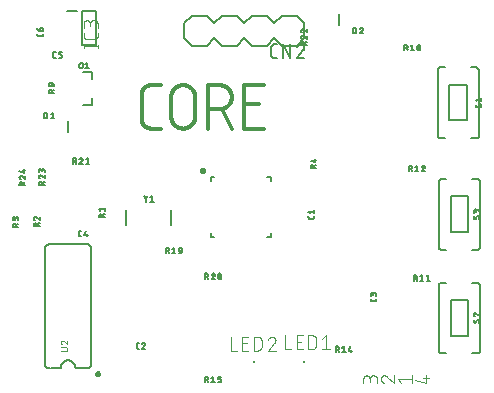
<source format=gbr>
G04 EAGLE Gerber RS-274X export*
G75*
%MOMM*%
%FSLAX34Y34*%
%LPD*%
%INSilkscreen Top*%
%IPPOS*%
%AMOC8*
5,1,8,0,0,1.08239X$1,22.5*%
G01*
%ADD10C,0.330200*%
%ADD11C,0.127000*%
%ADD12C,0.203200*%
%ADD13C,0.200000*%
%ADD14C,0.101600*%
%ADD15R,0.200000X0.200000*%
%ADD16C,0.152400*%
%ADD17C,0.381000*%
%ADD18C,0.254000*%
%ADD19C,0.050800*%


D10*
X127961Y221651D02*
X119806Y221651D01*
X119609Y221653D01*
X119412Y221661D01*
X119215Y221672D01*
X119019Y221689D01*
X118823Y221710D01*
X118628Y221737D01*
X118433Y221767D01*
X118239Y221803D01*
X118046Y221843D01*
X117854Y221888D01*
X117664Y221937D01*
X117474Y221992D01*
X117286Y222050D01*
X117099Y222113D01*
X116914Y222181D01*
X116731Y222253D01*
X116549Y222330D01*
X116369Y222410D01*
X116192Y222496D01*
X116016Y222585D01*
X115843Y222679D01*
X115672Y222777D01*
X115503Y222879D01*
X115337Y222985D01*
X115173Y223095D01*
X115013Y223208D01*
X114855Y223326D01*
X114699Y223448D01*
X114547Y223573D01*
X114398Y223702D01*
X114252Y223834D01*
X114110Y223970D01*
X113970Y224110D01*
X113834Y224252D01*
X113702Y224398D01*
X113573Y224547D01*
X113448Y224699D01*
X113326Y224855D01*
X113208Y225013D01*
X113095Y225173D01*
X112985Y225337D01*
X112879Y225503D01*
X112777Y225672D01*
X112679Y225843D01*
X112585Y226016D01*
X112496Y226192D01*
X112410Y226369D01*
X112330Y226549D01*
X112253Y226731D01*
X112181Y226914D01*
X112113Y227099D01*
X112050Y227286D01*
X111992Y227474D01*
X111937Y227664D01*
X111888Y227854D01*
X111843Y228046D01*
X111803Y228239D01*
X111767Y228433D01*
X111737Y228628D01*
X111710Y228823D01*
X111689Y229019D01*
X111672Y229215D01*
X111661Y229412D01*
X111653Y229609D01*
X111651Y229806D01*
X111651Y250194D01*
X111653Y250394D01*
X111661Y250594D01*
X111673Y250794D01*
X111690Y250993D01*
X111712Y251192D01*
X111739Y251391D01*
X111771Y251588D01*
X111808Y251785D01*
X111849Y251981D01*
X111895Y252175D01*
X111946Y252369D01*
X112002Y252561D01*
X112063Y252752D01*
X112128Y252941D01*
X112197Y253129D01*
X112272Y253315D01*
X112351Y253499D01*
X112434Y253681D01*
X112522Y253861D01*
X112614Y254038D01*
X112710Y254214D01*
X112811Y254386D01*
X112916Y254557D01*
X113025Y254725D01*
X113139Y254890D01*
X113256Y255052D01*
X113377Y255211D01*
X113502Y255367D01*
X113631Y255521D01*
X113764Y255671D01*
X113900Y255817D01*
X114040Y255960D01*
X114183Y256100D01*
X114329Y256236D01*
X114479Y256369D01*
X114633Y256498D01*
X114789Y256623D01*
X114948Y256744D01*
X115110Y256861D01*
X115275Y256975D01*
X115443Y257084D01*
X115613Y257189D01*
X115786Y257290D01*
X115962Y257386D01*
X116139Y257478D01*
X116319Y257566D01*
X116501Y257649D01*
X116685Y257728D01*
X116871Y257803D01*
X117059Y257872D01*
X117248Y257937D01*
X117439Y257998D01*
X117631Y258054D01*
X117824Y258105D01*
X118019Y258151D01*
X118215Y258192D01*
X118412Y258229D01*
X118609Y258261D01*
X118808Y258288D01*
X119007Y258310D01*
X119206Y258327D01*
X119406Y258339D01*
X119606Y258347D01*
X119806Y258349D01*
X127961Y258349D01*
X136643Y248155D02*
X136643Y231845D01*
X136643Y248155D02*
X136646Y248403D01*
X136655Y248651D01*
X136670Y248899D01*
X136691Y249146D01*
X136718Y249393D01*
X136752Y249639D01*
X136791Y249884D01*
X136836Y250129D01*
X136887Y250371D01*
X136944Y250613D01*
X137007Y250853D01*
X137075Y251092D01*
X137150Y251329D01*
X137230Y251564D01*
X137316Y251797D01*
X137407Y252027D01*
X137504Y252256D01*
X137607Y252482D01*
X137715Y252705D01*
X137828Y252926D01*
X137947Y253144D01*
X138071Y253359D01*
X138201Y253571D01*
X138335Y253780D01*
X138475Y253985D01*
X138619Y254187D01*
X138768Y254385D01*
X138923Y254580D01*
X139081Y254771D01*
X139245Y254958D01*
X139413Y255141D01*
X139585Y255319D01*
X139762Y255494D01*
X139942Y255664D01*
X140127Y255829D01*
X140316Y255991D01*
X140509Y256147D01*
X140705Y256299D01*
X140906Y256446D01*
X141109Y256588D01*
X141316Y256725D01*
X141527Y256857D01*
X141740Y256983D01*
X141956Y257105D01*
X142176Y257221D01*
X142398Y257332D01*
X142623Y257437D01*
X142850Y257537D01*
X143080Y257631D01*
X143312Y257720D01*
X143546Y257803D01*
X143781Y257880D01*
X144019Y257952D01*
X144259Y258018D01*
X144500Y258077D01*
X144742Y258131D01*
X144985Y258179D01*
X145230Y258222D01*
X145476Y258258D01*
X145722Y258288D01*
X145969Y258312D01*
X146217Y258330D01*
X146465Y258342D01*
X146713Y258348D01*
X146961Y258348D01*
X147209Y258342D01*
X147457Y258330D01*
X147705Y258312D01*
X147952Y258288D01*
X148198Y258258D01*
X148444Y258222D01*
X148689Y258179D01*
X148932Y258131D01*
X149174Y258077D01*
X149415Y258018D01*
X149655Y257952D01*
X149893Y257880D01*
X150128Y257803D01*
X150362Y257720D01*
X150594Y257631D01*
X150824Y257537D01*
X151051Y257437D01*
X151276Y257332D01*
X151498Y257221D01*
X151718Y257105D01*
X151934Y256983D01*
X152147Y256857D01*
X152358Y256725D01*
X152565Y256588D01*
X152768Y256446D01*
X152969Y256299D01*
X153165Y256147D01*
X153358Y255991D01*
X153547Y255829D01*
X153732Y255664D01*
X153912Y255494D01*
X154089Y255319D01*
X154261Y255141D01*
X154429Y254958D01*
X154593Y254771D01*
X154751Y254580D01*
X154906Y254385D01*
X155055Y254187D01*
X155199Y253985D01*
X155339Y253780D01*
X155473Y253571D01*
X155603Y253359D01*
X155727Y253144D01*
X155846Y252926D01*
X155959Y252705D01*
X156067Y252482D01*
X156170Y252256D01*
X156267Y252027D01*
X156358Y251797D01*
X156444Y251564D01*
X156524Y251329D01*
X156599Y251092D01*
X156667Y250853D01*
X156730Y250613D01*
X156787Y250371D01*
X156838Y250129D01*
X156883Y249884D01*
X156922Y249639D01*
X156956Y249393D01*
X156983Y249146D01*
X157004Y248899D01*
X157019Y248651D01*
X157028Y248403D01*
X157031Y248155D01*
X157031Y231845D01*
X157028Y231597D01*
X157019Y231349D01*
X157004Y231101D01*
X156983Y230854D01*
X156956Y230607D01*
X156922Y230361D01*
X156883Y230116D01*
X156838Y229871D01*
X156787Y229629D01*
X156730Y229387D01*
X156667Y229147D01*
X156599Y228908D01*
X156524Y228671D01*
X156444Y228436D01*
X156358Y228203D01*
X156267Y227973D01*
X156170Y227744D01*
X156067Y227518D01*
X155959Y227295D01*
X155846Y227074D01*
X155727Y226856D01*
X155603Y226641D01*
X155473Y226429D01*
X155339Y226220D01*
X155199Y226015D01*
X155055Y225813D01*
X154906Y225615D01*
X154751Y225420D01*
X154593Y225229D01*
X154429Y225042D01*
X154261Y224859D01*
X154089Y224681D01*
X153912Y224506D01*
X153732Y224336D01*
X153547Y224171D01*
X153358Y224009D01*
X153165Y223853D01*
X152969Y223701D01*
X152768Y223554D01*
X152565Y223412D01*
X152358Y223275D01*
X152147Y223143D01*
X151934Y223017D01*
X151718Y222895D01*
X151498Y222779D01*
X151276Y222668D01*
X151051Y222563D01*
X150824Y222463D01*
X150594Y222369D01*
X150362Y222280D01*
X150128Y222197D01*
X149893Y222120D01*
X149655Y222048D01*
X149415Y221982D01*
X149174Y221923D01*
X148932Y221869D01*
X148689Y221821D01*
X148444Y221778D01*
X148198Y221742D01*
X147952Y221712D01*
X147705Y221688D01*
X147457Y221670D01*
X147209Y221658D01*
X146961Y221652D01*
X146713Y221652D01*
X146465Y221658D01*
X146217Y221670D01*
X145969Y221688D01*
X145722Y221712D01*
X145476Y221742D01*
X145230Y221778D01*
X144985Y221821D01*
X144742Y221869D01*
X144500Y221923D01*
X144259Y221982D01*
X144019Y222048D01*
X143781Y222120D01*
X143546Y222197D01*
X143312Y222280D01*
X143080Y222369D01*
X142850Y222463D01*
X142623Y222563D01*
X142398Y222668D01*
X142176Y222779D01*
X141956Y222895D01*
X141740Y223017D01*
X141527Y223143D01*
X141316Y223275D01*
X141109Y223412D01*
X140906Y223554D01*
X140705Y223701D01*
X140509Y223853D01*
X140316Y224009D01*
X140127Y224171D01*
X139942Y224336D01*
X139762Y224506D01*
X139585Y224681D01*
X139413Y224859D01*
X139245Y225042D01*
X139081Y225229D01*
X138923Y225420D01*
X138768Y225615D01*
X138619Y225813D01*
X138475Y226015D01*
X138335Y226220D01*
X138201Y226429D01*
X138071Y226641D01*
X137947Y226856D01*
X137828Y227074D01*
X137715Y227295D01*
X137607Y227518D01*
X137504Y227744D01*
X137407Y227973D01*
X137316Y228203D01*
X137230Y228436D01*
X137150Y228671D01*
X137075Y228908D01*
X137007Y229147D01*
X136944Y229387D01*
X136887Y229629D01*
X136836Y229871D01*
X136791Y230116D01*
X136752Y230361D01*
X136718Y230607D01*
X136691Y230854D01*
X136670Y231101D01*
X136655Y231349D01*
X136646Y231597D01*
X136643Y231845D01*
X167616Y221651D02*
X167616Y258349D01*
X177809Y258349D01*
X178057Y258346D01*
X178305Y258337D01*
X178553Y258322D01*
X178800Y258301D01*
X179047Y258274D01*
X179293Y258240D01*
X179538Y258201D01*
X179783Y258156D01*
X180025Y258105D01*
X180267Y258048D01*
X180507Y257985D01*
X180746Y257917D01*
X180983Y257842D01*
X181218Y257762D01*
X181451Y257676D01*
X181681Y257585D01*
X181910Y257488D01*
X182136Y257385D01*
X182359Y257277D01*
X182580Y257164D01*
X182798Y257045D01*
X183013Y256921D01*
X183225Y256791D01*
X183434Y256657D01*
X183639Y256517D01*
X183841Y256373D01*
X184039Y256224D01*
X184234Y256069D01*
X184425Y255911D01*
X184612Y255747D01*
X184795Y255579D01*
X184973Y255407D01*
X185148Y255230D01*
X185318Y255050D01*
X185483Y254865D01*
X185645Y254676D01*
X185801Y254483D01*
X185953Y254287D01*
X186100Y254086D01*
X186242Y253883D01*
X186379Y253676D01*
X186511Y253465D01*
X186637Y253252D01*
X186759Y253036D01*
X186875Y252816D01*
X186986Y252594D01*
X187091Y252369D01*
X187191Y252142D01*
X187285Y251912D01*
X187374Y251680D01*
X187457Y251446D01*
X187534Y251211D01*
X187606Y250973D01*
X187672Y250733D01*
X187731Y250492D01*
X187785Y250250D01*
X187833Y250007D01*
X187876Y249762D01*
X187912Y249516D01*
X187942Y249270D01*
X187966Y249023D01*
X187984Y248775D01*
X187996Y248527D01*
X188002Y248279D01*
X188002Y248031D01*
X187996Y247783D01*
X187984Y247535D01*
X187966Y247287D01*
X187942Y247040D01*
X187912Y246794D01*
X187876Y246548D01*
X187833Y246303D01*
X187785Y246060D01*
X187731Y245818D01*
X187672Y245577D01*
X187606Y245337D01*
X187534Y245099D01*
X187457Y244864D01*
X187374Y244630D01*
X187285Y244398D01*
X187191Y244168D01*
X187091Y243941D01*
X186986Y243716D01*
X186875Y243494D01*
X186759Y243274D01*
X186637Y243058D01*
X186511Y242845D01*
X186379Y242634D01*
X186242Y242427D01*
X186100Y242224D01*
X185953Y242023D01*
X185801Y241827D01*
X185645Y241634D01*
X185483Y241445D01*
X185318Y241260D01*
X185148Y241080D01*
X184973Y240903D01*
X184795Y240731D01*
X184612Y240563D01*
X184425Y240399D01*
X184234Y240241D01*
X184039Y240086D01*
X183841Y239937D01*
X183639Y239793D01*
X183434Y239653D01*
X183225Y239519D01*
X183013Y239389D01*
X182798Y239265D01*
X182580Y239146D01*
X182359Y239033D01*
X182136Y238925D01*
X181910Y238822D01*
X181681Y238725D01*
X181451Y238634D01*
X181218Y238548D01*
X180983Y238468D01*
X180746Y238393D01*
X180507Y238325D01*
X180267Y238262D01*
X180025Y238205D01*
X179783Y238154D01*
X179538Y238109D01*
X179293Y238070D01*
X179047Y238036D01*
X178800Y238009D01*
X178553Y237988D01*
X178305Y237973D01*
X178057Y237964D01*
X177809Y237961D01*
X167616Y237961D01*
X179848Y237961D02*
X188003Y221651D01*
X198630Y221651D02*
X214941Y221651D01*
X198630Y221651D02*
X198630Y258349D01*
X214941Y258349D01*
X210863Y242039D02*
X198630Y242039D01*
D11*
X257745Y147604D02*
X257745Y146532D01*
X257743Y146467D01*
X257737Y146403D01*
X257727Y146339D01*
X257714Y146275D01*
X257696Y146213D01*
X257675Y146152D01*
X257651Y146092D01*
X257622Y146034D01*
X257590Y145977D01*
X257555Y145923D01*
X257517Y145871D01*
X257475Y145821D01*
X257431Y145774D01*
X257384Y145730D01*
X257334Y145688D01*
X257282Y145650D01*
X257228Y145615D01*
X257171Y145583D01*
X257113Y145554D01*
X257053Y145530D01*
X256992Y145509D01*
X256930Y145491D01*
X256866Y145478D01*
X256802Y145468D01*
X256738Y145462D01*
X256673Y145460D01*
X256673Y145459D02*
X253991Y145459D01*
X253926Y145461D01*
X253862Y145467D01*
X253798Y145477D01*
X253734Y145490D01*
X253672Y145508D01*
X253611Y145529D01*
X253551Y145554D01*
X253492Y145582D01*
X253436Y145614D01*
X253381Y145649D01*
X253329Y145687D01*
X253279Y145729D01*
X253232Y145773D01*
X253188Y145820D01*
X253146Y145870D01*
X253108Y145922D01*
X253073Y145977D01*
X253041Y146033D01*
X253013Y146092D01*
X252988Y146151D01*
X252967Y146213D01*
X252949Y146275D01*
X252936Y146339D01*
X252926Y146403D01*
X252920Y146467D01*
X252918Y146532D01*
X252919Y146532D02*
X252919Y147604D01*
X253991Y150060D02*
X252919Y151400D01*
X257745Y151400D01*
X257745Y150060D02*
X257745Y152741D01*
X109504Y35419D02*
X108432Y35419D01*
X108367Y35421D01*
X108303Y35427D01*
X108239Y35437D01*
X108175Y35450D01*
X108113Y35468D01*
X108052Y35489D01*
X107992Y35513D01*
X107934Y35542D01*
X107877Y35574D01*
X107823Y35609D01*
X107771Y35647D01*
X107721Y35689D01*
X107674Y35733D01*
X107630Y35780D01*
X107588Y35830D01*
X107550Y35882D01*
X107515Y35936D01*
X107483Y35993D01*
X107454Y36051D01*
X107430Y36111D01*
X107409Y36172D01*
X107391Y36234D01*
X107378Y36298D01*
X107368Y36362D01*
X107362Y36426D01*
X107360Y36491D01*
X107359Y36491D02*
X107359Y39173D01*
X107360Y39173D02*
X107362Y39238D01*
X107368Y39302D01*
X107378Y39366D01*
X107391Y39430D01*
X107409Y39492D01*
X107430Y39553D01*
X107454Y39613D01*
X107483Y39671D01*
X107515Y39728D01*
X107550Y39782D01*
X107588Y39834D01*
X107630Y39884D01*
X107674Y39931D01*
X107721Y39975D01*
X107771Y40017D01*
X107823Y40055D01*
X107877Y40090D01*
X107934Y40122D01*
X107992Y40151D01*
X108052Y40175D01*
X108113Y40196D01*
X108175Y40214D01*
X108239Y40227D01*
X108303Y40237D01*
X108367Y40243D01*
X108432Y40245D01*
X109504Y40245D01*
X113434Y40245D02*
X113502Y40243D01*
X113569Y40237D01*
X113636Y40228D01*
X113703Y40215D01*
X113768Y40198D01*
X113833Y40177D01*
X113896Y40153D01*
X113958Y40125D01*
X114018Y40094D01*
X114076Y40060D01*
X114132Y40022D01*
X114187Y39982D01*
X114238Y39938D01*
X114287Y39891D01*
X114334Y39842D01*
X114378Y39791D01*
X114418Y39736D01*
X114456Y39680D01*
X114490Y39622D01*
X114521Y39562D01*
X114549Y39500D01*
X114573Y39437D01*
X114594Y39372D01*
X114611Y39307D01*
X114624Y39240D01*
X114633Y39173D01*
X114639Y39106D01*
X114641Y39038D01*
X113434Y40245D02*
X113356Y40243D01*
X113278Y40237D01*
X113201Y40227D01*
X113124Y40214D01*
X113048Y40196D01*
X112973Y40175D01*
X112899Y40150D01*
X112827Y40121D01*
X112756Y40089D01*
X112687Y40053D01*
X112619Y40014D01*
X112554Y39971D01*
X112491Y39925D01*
X112430Y39876D01*
X112372Y39824D01*
X112317Y39769D01*
X112264Y39712D01*
X112215Y39652D01*
X112168Y39589D01*
X112125Y39525D01*
X112085Y39458D01*
X112048Y39389D01*
X112015Y39318D01*
X111985Y39246D01*
X111959Y39173D01*
X114239Y38100D02*
X114288Y38149D01*
X114335Y38201D01*
X114378Y38256D01*
X114419Y38313D01*
X114457Y38372D01*
X114491Y38433D01*
X114522Y38496D01*
X114550Y38560D01*
X114574Y38626D01*
X114594Y38692D01*
X114611Y38760D01*
X114624Y38829D01*
X114633Y38898D01*
X114639Y38968D01*
X114641Y39038D01*
X114239Y38100D02*
X111960Y35419D01*
X114641Y35419D01*
X310245Y76332D02*
X310245Y77404D01*
X310245Y76332D02*
X310243Y76267D01*
X310237Y76203D01*
X310227Y76139D01*
X310214Y76075D01*
X310196Y76013D01*
X310175Y75952D01*
X310151Y75892D01*
X310122Y75834D01*
X310090Y75777D01*
X310055Y75723D01*
X310017Y75671D01*
X309975Y75621D01*
X309931Y75574D01*
X309884Y75530D01*
X309834Y75488D01*
X309782Y75450D01*
X309728Y75415D01*
X309671Y75383D01*
X309613Y75354D01*
X309553Y75330D01*
X309492Y75309D01*
X309430Y75291D01*
X309366Y75278D01*
X309302Y75268D01*
X309238Y75262D01*
X309173Y75260D01*
X309173Y75259D02*
X306491Y75259D01*
X306426Y75261D01*
X306362Y75267D01*
X306298Y75277D01*
X306234Y75290D01*
X306172Y75308D01*
X306111Y75329D01*
X306051Y75354D01*
X305992Y75382D01*
X305936Y75414D01*
X305881Y75449D01*
X305829Y75487D01*
X305779Y75529D01*
X305732Y75573D01*
X305688Y75620D01*
X305646Y75670D01*
X305608Y75722D01*
X305573Y75777D01*
X305541Y75833D01*
X305513Y75892D01*
X305488Y75951D01*
X305467Y76013D01*
X305449Y76075D01*
X305436Y76139D01*
X305426Y76203D01*
X305420Y76267D01*
X305418Y76332D01*
X305419Y76332D02*
X305419Y77404D01*
X310245Y79860D02*
X310245Y81200D01*
X310243Y81271D01*
X310237Y81343D01*
X310228Y81413D01*
X310215Y81483D01*
X310198Y81553D01*
X310177Y81621D01*
X310153Y81688D01*
X310125Y81754D01*
X310094Y81818D01*
X310059Y81881D01*
X310021Y81941D01*
X309980Y82000D01*
X309936Y82056D01*
X309889Y82110D01*
X309840Y82161D01*
X309787Y82209D01*
X309732Y82255D01*
X309675Y82297D01*
X309615Y82337D01*
X309554Y82373D01*
X309490Y82406D01*
X309425Y82435D01*
X309359Y82461D01*
X309291Y82484D01*
X309222Y82503D01*
X309152Y82518D01*
X309082Y82529D01*
X309011Y82537D01*
X308940Y82541D01*
X308868Y82541D01*
X308797Y82537D01*
X308726Y82529D01*
X308656Y82518D01*
X308586Y82503D01*
X308517Y82484D01*
X308449Y82461D01*
X308383Y82435D01*
X308318Y82406D01*
X308254Y82373D01*
X308193Y82337D01*
X308133Y82297D01*
X308076Y82255D01*
X308021Y82209D01*
X307968Y82161D01*
X307919Y82110D01*
X307872Y82056D01*
X307828Y82000D01*
X307787Y81941D01*
X307749Y81881D01*
X307714Y81818D01*
X307683Y81754D01*
X307655Y81688D01*
X307631Y81621D01*
X307610Y81553D01*
X307593Y81483D01*
X307580Y81413D01*
X307571Y81343D01*
X307565Y81271D01*
X307563Y81200D01*
X305419Y81468D02*
X305419Y79860D01*
X305419Y81468D02*
X305421Y81533D01*
X305427Y81597D01*
X305437Y81661D01*
X305450Y81725D01*
X305468Y81787D01*
X305489Y81848D01*
X305513Y81908D01*
X305542Y81966D01*
X305574Y82023D01*
X305609Y82077D01*
X305647Y82129D01*
X305689Y82179D01*
X305733Y82226D01*
X305780Y82270D01*
X305830Y82312D01*
X305882Y82350D01*
X305936Y82385D01*
X305993Y82417D01*
X306051Y82446D01*
X306111Y82470D01*
X306172Y82491D01*
X306234Y82509D01*
X306298Y82522D01*
X306362Y82532D01*
X306426Y82538D01*
X306491Y82540D01*
X306556Y82538D01*
X306620Y82532D01*
X306684Y82522D01*
X306748Y82509D01*
X306810Y82491D01*
X306871Y82470D01*
X306931Y82446D01*
X306989Y82417D01*
X307046Y82385D01*
X307100Y82350D01*
X307152Y82312D01*
X307202Y82270D01*
X307249Y82226D01*
X307293Y82179D01*
X307335Y82129D01*
X307373Y82077D01*
X307408Y82023D01*
X307440Y81966D01*
X307469Y81908D01*
X307493Y81848D01*
X307514Y81787D01*
X307532Y81725D01*
X307545Y81661D01*
X307555Y81597D01*
X307561Y81533D01*
X307563Y81468D01*
X307564Y81468D02*
X307564Y80396D01*
X60704Y130419D02*
X59632Y130419D01*
X59567Y130421D01*
X59503Y130427D01*
X59439Y130437D01*
X59375Y130450D01*
X59313Y130468D01*
X59252Y130489D01*
X59192Y130513D01*
X59134Y130542D01*
X59077Y130574D01*
X59023Y130609D01*
X58971Y130647D01*
X58921Y130689D01*
X58874Y130733D01*
X58830Y130780D01*
X58788Y130830D01*
X58750Y130882D01*
X58715Y130936D01*
X58683Y130993D01*
X58654Y131051D01*
X58630Y131111D01*
X58609Y131172D01*
X58591Y131234D01*
X58578Y131298D01*
X58568Y131362D01*
X58562Y131426D01*
X58560Y131491D01*
X58559Y131491D02*
X58559Y134173D01*
X58560Y134173D02*
X58562Y134238D01*
X58568Y134302D01*
X58578Y134366D01*
X58591Y134430D01*
X58609Y134492D01*
X58630Y134553D01*
X58654Y134613D01*
X58683Y134671D01*
X58715Y134728D01*
X58750Y134782D01*
X58788Y134834D01*
X58830Y134884D01*
X58874Y134931D01*
X58921Y134975D01*
X58971Y135017D01*
X59023Y135055D01*
X59077Y135090D01*
X59134Y135122D01*
X59192Y135151D01*
X59252Y135175D01*
X59313Y135196D01*
X59375Y135214D01*
X59439Y135227D01*
X59503Y135237D01*
X59567Y135243D01*
X59632Y135245D01*
X60704Y135245D01*
X64232Y135245D02*
X63160Y131491D01*
X65841Y131491D01*
X65037Y132564D02*
X65037Y130419D01*
X38804Y281719D02*
X37732Y281719D01*
X37667Y281721D01*
X37603Y281727D01*
X37539Y281737D01*
X37475Y281750D01*
X37413Y281768D01*
X37352Y281789D01*
X37292Y281813D01*
X37234Y281842D01*
X37177Y281874D01*
X37123Y281909D01*
X37071Y281947D01*
X37021Y281989D01*
X36974Y282033D01*
X36930Y282080D01*
X36888Y282130D01*
X36850Y282182D01*
X36815Y282236D01*
X36783Y282293D01*
X36754Y282351D01*
X36730Y282411D01*
X36709Y282472D01*
X36691Y282534D01*
X36678Y282598D01*
X36668Y282662D01*
X36662Y282726D01*
X36660Y282791D01*
X36659Y282791D02*
X36659Y285473D01*
X36660Y285473D02*
X36662Y285538D01*
X36668Y285602D01*
X36678Y285666D01*
X36691Y285730D01*
X36709Y285792D01*
X36730Y285853D01*
X36754Y285913D01*
X36783Y285971D01*
X36815Y286028D01*
X36850Y286082D01*
X36888Y286134D01*
X36930Y286184D01*
X36974Y286231D01*
X37021Y286275D01*
X37071Y286317D01*
X37123Y286355D01*
X37177Y286390D01*
X37234Y286422D01*
X37292Y286451D01*
X37352Y286475D01*
X37413Y286496D01*
X37475Y286514D01*
X37539Y286527D01*
X37603Y286537D01*
X37667Y286543D01*
X37732Y286545D01*
X38804Y286545D01*
X41260Y281719D02*
X42868Y281719D01*
X42933Y281721D01*
X42997Y281727D01*
X43061Y281737D01*
X43125Y281750D01*
X43187Y281768D01*
X43248Y281789D01*
X43308Y281813D01*
X43366Y281842D01*
X43423Y281874D01*
X43477Y281909D01*
X43529Y281947D01*
X43579Y281989D01*
X43626Y282033D01*
X43670Y282080D01*
X43712Y282130D01*
X43750Y282182D01*
X43785Y282236D01*
X43817Y282293D01*
X43846Y282351D01*
X43870Y282411D01*
X43891Y282472D01*
X43909Y282534D01*
X43922Y282598D01*
X43932Y282662D01*
X43938Y282726D01*
X43940Y282791D01*
X43941Y282791D02*
X43941Y283328D01*
X43940Y283328D02*
X43938Y283393D01*
X43932Y283457D01*
X43922Y283521D01*
X43909Y283585D01*
X43891Y283647D01*
X43870Y283708D01*
X43846Y283768D01*
X43817Y283826D01*
X43785Y283883D01*
X43750Y283937D01*
X43712Y283989D01*
X43670Y284039D01*
X43626Y284086D01*
X43579Y284130D01*
X43529Y284172D01*
X43477Y284210D01*
X43423Y284245D01*
X43366Y284277D01*
X43308Y284306D01*
X43248Y284330D01*
X43187Y284351D01*
X43125Y284369D01*
X43061Y284382D01*
X42997Y284392D01*
X42933Y284398D01*
X42868Y284400D01*
X41260Y284400D01*
X41260Y286545D01*
X43941Y286545D01*
X28281Y300832D02*
X28281Y301904D01*
X28281Y300832D02*
X28279Y300767D01*
X28273Y300703D01*
X28263Y300639D01*
X28250Y300575D01*
X28232Y300513D01*
X28211Y300452D01*
X28187Y300392D01*
X28158Y300334D01*
X28126Y300277D01*
X28091Y300223D01*
X28053Y300171D01*
X28011Y300121D01*
X27967Y300074D01*
X27920Y300030D01*
X27870Y299988D01*
X27818Y299950D01*
X27764Y299915D01*
X27707Y299883D01*
X27649Y299854D01*
X27589Y299830D01*
X27528Y299809D01*
X27466Y299791D01*
X27402Y299778D01*
X27338Y299768D01*
X27274Y299762D01*
X27209Y299760D01*
X27209Y299759D02*
X24527Y299759D01*
X24462Y299761D01*
X24398Y299767D01*
X24334Y299777D01*
X24270Y299790D01*
X24208Y299808D01*
X24147Y299829D01*
X24087Y299854D01*
X24028Y299882D01*
X23972Y299914D01*
X23917Y299949D01*
X23865Y299987D01*
X23815Y300029D01*
X23768Y300073D01*
X23724Y300120D01*
X23682Y300170D01*
X23644Y300222D01*
X23609Y300277D01*
X23577Y300333D01*
X23549Y300392D01*
X23524Y300451D01*
X23503Y300513D01*
X23485Y300575D01*
X23472Y300639D01*
X23462Y300703D01*
X23456Y300767D01*
X23454Y300832D01*
X23455Y300832D02*
X23455Y301904D01*
X25600Y304360D02*
X25600Y305968D01*
X25602Y306033D01*
X25608Y306097D01*
X25618Y306161D01*
X25631Y306225D01*
X25649Y306287D01*
X25670Y306348D01*
X25694Y306408D01*
X25723Y306466D01*
X25755Y306523D01*
X25790Y306577D01*
X25828Y306629D01*
X25870Y306679D01*
X25914Y306726D01*
X25961Y306770D01*
X26011Y306812D01*
X26063Y306850D01*
X26117Y306885D01*
X26174Y306917D01*
X26232Y306946D01*
X26292Y306970D01*
X26353Y306991D01*
X26415Y307009D01*
X26479Y307022D01*
X26543Y307032D01*
X26607Y307038D01*
X26672Y307040D01*
X26672Y307041D02*
X26940Y307041D01*
X27011Y307039D01*
X27083Y307033D01*
X27153Y307024D01*
X27223Y307011D01*
X27293Y306994D01*
X27361Y306973D01*
X27428Y306949D01*
X27494Y306921D01*
X27558Y306890D01*
X27621Y306855D01*
X27681Y306817D01*
X27740Y306776D01*
X27796Y306732D01*
X27850Y306685D01*
X27901Y306636D01*
X27949Y306583D01*
X27995Y306528D01*
X28037Y306471D01*
X28077Y306411D01*
X28113Y306350D01*
X28146Y306286D01*
X28175Y306221D01*
X28201Y306155D01*
X28224Y306087D01*
X28243Y306018D01*
X28258Y305948D01*
X28269Y305878D01*
X28277Y305807D01*
X28281Y305736D01*
X28281Y305664D01*
X28277Y305593D01*
X28269Y305522D01*
X28258Y305452D01*
X28243Y305382D01*
X28224Y305313D01*
X28201Y305245D01*
X28175Y305179D01*
X28146Y305114D01*
X28113Y305050D01*
X28077Y304989D01*
X28037Y304929D01*
X27995Y304872D01*
X27949Y304817D01*
X27901Y304764D01*
X27850Y304715D01*
X27796Y304668D01*
X27740Y304624D01*
X27681Y304583D01*
X27621Y304545D01*
X27558Y304510D01*
X27494Y304479D01*
X27428Y304451D01*
X27361Y304427D01*
X27293Y304406D01*
X27223Y304389D01*
X27153Y304376D01*
X27083Y304367D01*
X27011Y304361D01*
X26940Y304359D01*
X26940Y304360D02*
X25600Y304360D01*
X25509Y304362D01*
X25418Y304368D01*
X25328Y304377D01*
X25237Y304391D01*
X25148Y304408D01*
X25060Y304429D01*
X24972Y304454D01*
X24885Y304483D01*
X24800Y304515D01*
X24716Y304550D01*
X24634Y304590D01*
X24554Y304632D01*
X24475Y304678D01*
X24399Y304728D01*
X24325Y304780D01*
X24252Y304836D01*
X24183Y304895D01*
X24116Y304956D01*
X24051Y305021D01*
X23990Y305088D01*
X23931Y305157D01*
X23875Y305229D01*
X23823Y305304D01*
X23773Y305380D01*
X23727Y305459D01*
X23685Y305539D01*
X23645Y305621D01*
X23610Y305705D01*
X23578Y305790D01*
X23549Y305877D01*
X23524Y305964D01*
X23503Y306053D01*
X23486Y306142D01*
X23472Y306232D01*
X23463Y306323D01*
X23457Y306414D01*
X23455Y306505D01*
D12*
X154050Y291900D02*
X166750Y291900D01*
X154050Y291900D02*
X147700Y298250D01*
X147700Y310950D02*
X154050Y317300D01*
X192150Y291900D02*
X198500Y298250D01*
X192150Y291900D02*
X179450Y291900D01*
X173100Y298250D01*
X173100Y310950D02*
X179450Y317300D01*
X192150Y317300D01*
X198500Y310950D01*
X173100Y298250D02*
X166750Y291900D01*
X173100Y310950D02*
X166750Y317300D01*
X154050Y317300D01*
X230250Y291900D02*
X242950Y291900D01*
X230250Y291900D02*
X223900Y298250D01*
X223900Y310950D02*
X230250Y317300D01*
X223900Y298250D02*
X217550Y291900D01*
X204850Y291900D01*
X198500Y298250D01*
X198500Y310950D02*
X204850Y317300D01*
X217550Y317300D01*
X223900Y310950D01*
X249300Y310950D02*
X249300Y298250D01*
X242950Y291900D01*
X249300Y310950D02*
X242950Y317300D01*
X230250Y317300D01*
X147700Y310950D02*
X147700Y298250D01*
D11*
X223863Y281747D02*
X226403Y281747D01*
X223863Y281747D02*
X223763Y281749D01*
X223664Y281755D01*
X223564Y281765D01*
X223466Y281778D01*
X223367Y281796D01*
X223270Y281817D01*
X223174Y281842D01*
X223078Y281871D01*
X222984Y281904D01*
X222891Y281940D01*
X222800Y281980D01*
X222710Y282024D01*
X222622Y282071D01*
X222536Y282121D01*
X222452Y282175D01*
X222370Y282232D01*
X222291Y282292D01*
X222213Y282356D01*
X222139Y282422D01*
X222067Y282491D01*
X221998Y282563D01*
X221932Y282637D01*
X221868Y282715D01*
X221808Y282794D01*
X221751Y282876D01*
X221697Y282960D01*
X221647Y283046D01*
X221600Y283134D01*
X221556Y283224D01*
X221516Y283315D01*
X221480Y283408D01*
X221447Y283502D01*
X221418Y283598D01*
X221393Y283694D01*
X221372Y283791D01*
X221354Y283890D01*
X221341Y283988D01*
X221331Y284088D01*
X221325Y284187D01*
X221323Y284287D01*
X221323Y290637D01*
X221325Y290737D01*
X221331Y290836D01*
X221341Y290936D01*
X221354Y291034D01*
X221372Y291133D01*
X221393Y291230D01*
X221418Y291326D01*
X221447Y291422D01*
X221480Y291516D01*
X221516Y291609D01*
X221556Y291700D01*
X221600Y291790D01*
X221647Y291878D01*
X221697Y291964D01*
X221751Y292048D01*
X221808Y292130D01*
X221868Y292209D01*
X221932Y292287D01*
X221998Y292361D01*
X222067Y292433D01*
X222139Y292502D01*
X222213Y292568D01*
X222291Y292632D01*
X222370Y292692D01*
X222452Y292749D01*
X222536Y292803D01*
X222622Y292853D01*
X222710Y292900D01*
X222800Y292944D01*
X222891Y292984D01*
X222984Y293020D01*
X223078Y293053D01*
X223174Y293082D01*
X223270Y293107D01*
X223367Y293128D01*
X223466Y293146D01*
X223564Y293159D01*
X223664Y293169D01*
X223763Y293175D01*
X223863Y293177D01*
X226403Y293177D01*
X231266Y293177D02*
X231266Y281747D01*
X237616Y281747D02*
X231266Y293177D01*
X237616Y293177D02*
X237616Y281747D01*
X246570Y293178D02*
X246674Y293176D01*
X246779Y293170D01*
X246883Y293161D01*
X246986Y293148D01*
X247089Y293130D01*
X247191Y293110D01*
X247293Y293085D01*
X247393Y293057D01*
X247493Y293025D01*
X247591Y292989D01*
X247688Y292950D01*
X247783Y292908D01*
X247877Y292862D01*
X247969Y292812D01*
X248059Y292760D01*
X248147Y292704D01*
X248233Y292644D01*
X248317Y292582D01*
X248398Y292517D01*
X248477Y292449D01*
X248554Y292377D01*
X248627Y292304D01*
X248699Y292227D01*
X248767Y292148D01*
X248832Y292067D01*
X248894Y291983D01*
X248954Y291897D01*
X249010Y291809D01*
X249062Y291719D01*
X249112Y291627D01*
X249158Y291533D01*
X249200Y291438D01*
X249239Y291341D01*
X249275Y291243D01*
X249307Y291143D01*
X249335Y291043D01*
X249360Y290941D01*
X249380Y290839D01*
X249398Y290736D01*
X249411Y290633D01*
X249420Y290529D01*
X249426Y290424D01*
X249428Y290320D01*
X246570Y293177D02*
X246452Y293175D01*
X246333Y293169D01*
X246215Y293160D01*
X246098Y293147D01*
X245981Y293129D01*
X245864Y293109D01*
X245748Y293084D01*
X245633Y293056D01*
X245520Y293023D01*
X245407Y292988D01*
X245295Y292948D01*
X245185Y292906D01*
X245076Y292859D01*
X244968Y292809D01*
X244863Y292756D01*
X244759Y292699D01*
X244657Y292639D01*
X244557Y292576D01*
X244459Y292509D01*
X244363Y292440D01*
X244270Y292367D01*
X244179Y292291D01*
X244090Y292213D01*
X244004Y292131D01*
X243921Y292047D01*
X243840Y291961D01*
X243763Y291871D01*
X243688Y291780D01*
X243616Y291686D01*
X243547Y291589D01*
X243482Y291491D01*
X243419Y291390D01*
X243360Y291287D01*
X243304Y291183D01*
X243252Y291077D01*
X243203Y290969D01*
X243158Y290860D01*
X243116Y290749D01*
X243078Y290637D01*
X248475Y288098D02*
X248551Y288173D01*
X248626Y288252D01*
X248697Y288333D01*
X248766Y288417D01*
X248831Y288503D01*
X248893Y288591D01*
X248953Y288681D01*
X249009Y288773D01*
X249062Y288868D01*
X249111Y288964D01*
X249157Y289062D01*
X249200Y289161D01*
X249239Y289262D01*
X249274Y289364D01*
X249306Y289467D01*
X249334Y289571D01*
X249359Y289676D01*
X249380Y289783D01*
X249397Y289889D01*
X249410Y289996D01*
X249419Y290104D01*
X249425Y290212D01*
X249427Y290320D01*
X248475Y288097D02*
X243077Y281747D01*
X249427Y281747D01*
D12*
X49275Y227963D02*
X49275Y218438D01*
D11*
X29225Y230185D02*
X29225Y235011D01*
X30565Y235011D01*
X30635Y235009D01*
X30705Y235004D01*
X30775Y234994D01*
X30844Y234982D01*
X30912Y234965D01*
X30979Y234945D01*
X31046Y234922D01*
X31110Y234895D01*
X31174Y234865D01*
X31236Y234831D01*
X31295Y234795D01*
X31353Y234755D01*
X31409Y234712D01*
X31462Y234667D01*
X31513Y234618D01*
X31562Y234567D01*
X31607Y234514D01*
X31650Y234458D01*
X31690Y234400D01*
X31726Y234341D01*
X31760Y234279D01*
X31790Y234215D01*
X31817Y234151D01*
X31840Y234084D01*
X31860Y234017D01*
X31877Y233949D01*
X31889Y233880D01*
X31899Y233810D01*
X31904Y233740D01*
X31906Y233670D01*
X31906Y231526D01*
X31904Y231456D01*
X31899Y231386D01*
X31889Y231316D01*
X31877Y231247D01*
X31860Y231179D01*
X31840Y231112D01*
X31817Y231045D01*
X31790Y230981D01*
X31760Y230917D01*
X31726Y230855D01*
X31690Y230796D01*
X31650Y230738D01*
X31607Y230682D01*
X31562Y230629D01*
X31513Y230578D01*
X31462Y230529D01*
X31409Y230484D01*
X31353Y230441D01*
X31295Y230401D01*
X31235Y230365D01*
X31174Y230331D01*
X31110Y230301D01*
X31046Y230274D01*
X30979Y230251D01*
X30912Y230231D01*
X30844Y230214D01*
X30775Y230202D01*
X30705Y230192D01*
X30635Y230187D01*
X30565Y230185D01*
X29225Y230185D01*
X34894Y233939D02*
X36235Y235011D01*
X36235Y230185D01*
X37575Y230185D02*
X34894Y230185D01*
D12*
X279025Y309438D02*
X279025Y318963D01*
D11*
X290725Y307215D02*
X290725Y302389D01*
X290725Y307215D02*
X292065Y307215D01*
X292135Y307213D01*
X292205Y307208D01*
X292275Y307198D01*
X292344Y307186D01*
X292412Y307169D01*
X292479Y307149D01*
X292546Y307126D01*
X292610Y307099D01*
X292674Y307069D01*
X292736Y307035D01*
X292795Y306999D01*
X292853Y306959D01*
X292909Y306916D01*
X292962Y306871D01*
X293013Y306822D01*
X293062Y306771D01*
X293107Y306718D01*
X293150Y306662D01*
X293190Y306604D01*
X293226Y306545D01*
X293260Y306483D01*
X293290Y306419D01*
X293317Y306355D01*
X293340Y306288D01*
X293360Y306221D01*
X293377Y306153D01*
X293389Y306084D01*
X293399Y306014D01*
X293404Y305944D01*
X293406Y305874D01*
X293406Y303730D01*
X293404Y303660D01*
X293399Y303590D01*
X293389Y303520D01*
X293377Y303451D01*
X293360Y303383D01*
X293340Y303316D01*
X293317Y303249D01*
X293290Y303185D01*
X293260Y303121D01*
X293226Y303059D01*
X293190Y303000D01*
X293150Y302942D01*
X293107Y302886D01*
X293062Y302833D01*
X293013Y302782D01*
X292962Y302733D01*
X292909Y302688D01*
X292853Y302645D01*
X292795Y302605D01*
X292735Y302569D01*
X292674Y302535D01*
X292610Y302505D01*
X292546Y302478D01*
X292479Y302455D01*
X292412Y302435D01*
X292344Y302418D01*
X292275Y302406D01*
X292205Y302396D01*
X292135Y302391D01*
X292065Y302389D01*
X290725Y302389D01*
X297869Y307215D02*
X297937Y307213D01*
X298004Y307207D01*
X298071Y307198D01*
X298138Y307185D01*
X298203Y307168D01*
X298268Y307147D01*
X298331Y307123D01*
X298393Y307095D01*
X298453Y307064D01*
X298511Y307030D01*
X298567Y306992D01*
X298622Y306952D01*
X298673Y306908D01*
X298722Y306861D01*
X298769Y306812D01*
X298813Y306761D01*
X298853Y306706D01*
X298891Y306650D01*
X298925Y306592D01*
X298956Y306532D01*
X298984Y306470D01*
X299008Y306407D01*
X299029Y306342D01*
X299046Y306277D01*
X299059Y306210D01*
X299068Y306143D01*
X299074Y306076D01*
X299076Y306008D01*
X297869Y307215D02*
X297791Y307213D01*
X297713Y307207D01*
X297636Y307197D01*
X297559Y307184D01*
X297483Y307166D01*
X297408Y307145D01*
X297334Y307120D01*
X297262Y307091D01*
X297191Y307059D01*
X297122Y307023D01*
X297054Y306984D01*
X296989Y306941D01*
X296926Y306895D01*
X296865Y306846D01*
X296807Y306794D01*
X296752Y306739D01*
X296699Y306682D01*
X296650Y306622D01*
X296603Y306559D01*
X296560Y306495D01*
X296520Y306428D01*
X296483Y306359D01*
X296450Y306288D01*
X296420Y306216D01*
X296394Y306143D01*
X298673Y305070D02*
X298722Y305119D01*
X298769Y305171D01*
X298812Y305226D01*
X298853Y305283D01*
X298891Y305342D01*
X298925Y305403D01*
X298956Y305466D01*
X298984Y305530D01*
X299008Y305596D01*
X299028Y305662D01*
X299045Y305730D01*
X299058Y305799D01*
X299067Y305868D01*
X299073Y305938D01*
X299075Y306008D01*
X298673Y305070D02*
X296394Y302389D01*
X299075Y302389D01*
D13*
X72800Y321000D02*
X60800Y321000D01*
X72800Y321000D02*
X72800Y292000D01*
X60800Y292000D01*
X60800Y321000D01*
X57300Y321500D02*
X48300Y321500D01*
D14*
X62658Y291492D02*
X74342Y291492D01*
X74342Y290194D02*
X74342Y292790D01*
X62658Y292790D02*
X62658Y290194D01*
X74342Y299954D02*
X74342Y302550D01*
X74342Y299954D02*
X74340Y299855D01*
X74334Y299755D01*
X74325Y299656D01*
X74312Y299558D01*
X74295Y299460D01*
X74274Y299362D01*
X74249Y299266D01*
X74221Y299171D01*
X74189Y299077D01*
X74154Y298984D01*
X74115Y298892D01*
X74072Y298802D01*
X74027Y298714D01*
X73977Y298627D01*
X73925Y298543D01*
X73869Y298460D01*
X73811Y298380D01*
X73749Y298302D01*
X73684Y298227D01*
X73616Y298154D01*
X73546Y298084D01*
X73473Y298016D01*
X73398Y297951D01*
X73320Y297889D01*
X73240Y297831D01*
X73157Y297775D01*
X73073Y297723D01*
X72986Y297673D01*
X72898Y297628D01*
X72808Y297585D01*
X72716Y297546D01*
X72623Y297511D01*
X72529Y297479D01*
X72434Y297451D01*
X72338Y297426D01*
X72240Y297405D01*
X72142Y297388D01*
X72044Y297375D01*
X71945Y297366D01*
X71845Y297360D01*
X71746Y297358D01*
X71746Y297357D02*
X65254Y297357D01*
X65155Y297359D01*
X65055Y297365D01*
X64956Y297374D01*
X64858Y297387D01*
X64760Y297405D01*
X64662Y297425D01*
X64566Y297450D01*
X64470Y297478D01*
X64376Y297510D01*
X64283Y297545D01*
X64192Y297584D01*
X64102Y297627D01*
X64013Y297672D01*
X63927Y297722D01*
X63842Y297774D01*
X63760Y297830D01*
X63680Y297889D01*
X63602Y297950D01*
X63526Y298015D01*
X63453Y298083D01*
X63383Y298153D01*
X63315Y298226D01*
X63250Y298302D01*
X63189Y298380D01*
X63130Y298460D01*
X63074Y298542D01*
X63022Y298627D01*
X62973Y298713D01*
X62927Y298802D01*
X62884Y298892D01*
X62845Y298983D01*
X62810Y299076D01*
X62778Y299170D01*
X62750Y299266D01*
X62725Y299362D01*
X62705Y299460D01*
X62687Y299558D01*
X62674Y299656D01*
X62665Y299755D01*
X62659Y299854D01*
X62657Y299954D01*
X62658Y299954D02*
X62658Y302550D01*
X74342Y306915D02*
X74342Y310161D01*
X74340Y310274D01*
X74334Y310387D01*
X74324Y310500D01*
X74310Y310613D01*
X74293Y310725D01*
X74271Y310836D01*
X74246Y310946D01*
X74216Y311056D01*
X74183Y311164D01*
X74146Y311271D01*
X74106Y311377D01*
X74061Y311481D01*
X74013Y311584D01*
X73962Y311685D01*
X73907Y311784D01*
X73849Y311881D01*
X73787Y311976D01*
X73722Y312069D01*
X73654Y312159D01*
X73583Y312247D01*
X73508Y312333D01*
X73431Y312416D01*
X73351Y312496D01*
X73268Y312573D01*
X73182Y312648D01*
X73094Y312719D01*
X73004Y312787D01*
X72911Y312852D01*
X72816Y312914D01*
X72719Y312972D01*
X72620Y313027D01*
X72519Y313078D01*
X72416Y313126D01*
X72312Y313171D01*
X72206Y313211D01*
X72099Y313248D01*
X71991Y313281D01*
X71881Y313311D01*
X71771Y313336D01*
X71660Y313358D01*
X71548Y313375D01*
X71435Y313389D01*
X71322Y313399D01*
X71209Y313405D01*
X71096Y313407D01*
X70983Y313405D01*
X70870Y313399D01*
X70757Y313389D01*
X70644Y313375D01*
X70532Y313358D01*
X70421Y313336D01*
X70311Y313311D01*
X70201Y313281D01*
X70093Y313248D01*
X69986Y313211D01*
X69880Y313171D01*
X69776Y313126D01*
X69673Y313078D01*
X69572Y313027D01*
X69473Y312972D01*
X69376Y312914D01*
X69281Y312852D01*
X69188Y312787D01*
X69098Y312719D01*
X69010Y312648D01*
X68924Y312573D01*
X68841Y312496D01*
X68761Y312416D01*
X68684Y312333D01*
X68609Y312247D01*
X68538Y312159D01*
X68470Y312069D01*
X68405Y311976D01*
X68343Y311881D01*
X68285Y311784D01*
X68230Y311685D01*
X68179Y311584D01*
X68131Y311481D01*
X68086Y311377D01*
X68046Y311271D01*
X68009Y311164D01*
X67976Y311056D01*
X67946Y310946D01*
X67921Y310836D01*
X67899Y310725D01*
X67882Y310613D01*
X67868Y310500D01*
X67858Y310387D01*
X67852Y310274D01*
X67850Y310161D01*
X62658Y310810D02*
X62658Y306915D01*
X62658Y310810D02*
X62660Y310911D01*
X62666Y311011D01*
X62676Y311111D01*
X62689Y311211D01*
X62707Y311310D01*
X62728Y311409D01*
X62753Y311506D01*
X62782Y311603D01*
X62815Y311698D01*
X62851Y311792D01*
X62891Y311884D01*
X62934Y311975D01*
X62981Y312064D01*
X63031Y312151D01*
X63085Y312237D01*
X63142Y312320D01*
X63202Y312400D01*
X63265Y312479D01*
X63332Y312555D01*
X63401Y312628D01*
X63473Y312698D01*
X63547Y312766D01*
X63624Y312831D01*
X63704Y312892D01*
X63786Y312951D01*
X63870Y313006D01*
X63956Y313058D01*
X64044Y313107D01*
X64134Y313152D01*
X64226Y313194D01*
X64319Y313232D01*
X64414Y313266D01*
X64509Y313297D01*
X64606Y313324D01*
X64704Y313347D01*
X64803Y313367D01*
X64903Y313382D01*
X65003Y313394D01*
X65103Y313402D01*
X65204Y313406D01*
X65304Y313406D01*
X65405Y313402D01*
X65505Y313394D01*
X65605Y313382D01*
X65705Y313367D01*
X65804Y313347D01*
X65902Y313324D01*
X65999Y313297D01*
X66094Y313266D01*
X66189Y313232D01*
X66282Y313194D01*
X66374Y313152D01*
X66464Y313107D01*
X66552Y313058D01*
X66638Y313006D01*
X66722Y312951D01*
X66804Y312892D01*
X66884Y312831D01*
X66961Y312766D01*
X67035Y312698D01*
X67107Y312628D01*
X67176Y312555D01*
X67243Y312479D01*
X67306Y312400D01*
X67366Y312320D01*
X67423Y312237D01*
X67477Y312151D01*
X67527Y312064D01*
X67574Y311975D01*
X67617Y311884D01*
X67657Y311792D01*
X67693Y311698D01*
X67726Y311603D01*
X67755Y311506D01*
X67780Y311409D01*
X67801Y311310D01*
X67819Y311211D01*
X67832Y311111D01*
X67842Y311011D01*
X67848Y310911D01*
X67850Y310810D01*
X67851Y310810D02*
X67851Y308214D01*
D15*
X248700Y24100D03*
D14*
X233008Y34808D02*
X233008Y46492D01*
X233008Y34808D02*
X238201Y34808D01*
X242914Y34808D02*
X248107Y34808D01*
X242914Y34808D02*
X242914Y46492D01*
X248107Y46492D01*
X246809Y41299D02*
X242914Y41299D01*
X252797Y46492D02*
X252797Y34808D01*
X252797Y46492D02*
X256043Y46492D01*
X256156Y46490D01*
X256269Y46484D01*
X256382Y46474D01*
X256495Y46460D01*
X256607Y46443D01*
X256718Y46421D01*
X256828Y46396D01*
X256938Y46366D01*
X257046Y46333D01*
X257153Y46296D01*
X257259Y46256D01*
X257363Y46211D01*
X257466Y46163D01*
X257567Y46112D01*
X257666Y46057D01*
X257763Y45999D01*
X257858Y45937D01*
X257951Y45872D01*
X258041Y45804D01*
X258129Y45733D01*
X258215Y45658D01*
X258298Y45581D01*
X258378Y45501D01*
X258455Y45418D01*
X258530Y45332D01*
X258601Y45244D01*
X258669Y45154D01*
X258734Y45061D01*
X258796Y44966D01*
X258854Y44869D01*
X258909Y44770D01*
X258960Y44669D01*
X259008Y44566D01*
X259053Y44462D01*
X259093Y44356D01*
X259130Y44249D01*
X259163Y44141D01*
X259193Y44031D01*
X259218Y43921D01*
X259240Y43810D01*
X259257Y43698D01*
X259271Y43585D01*
X259281Y43472D01*
X259287Y43359D01*
X259289Y43246D01*
X259289Y38054D01*
X259287Y37941D01*
X259281Y37828D01*
X259271Y37715D01*
X259257Y37602D01*
X259240Y37490D01*
X259218Y37379D01*
X259193Y37269D01*
X259163Y37159D01*
X259130Y37051D01*
X259093Y36944D01*
X259053Y36838D01*
X259008Y36734D01*
X258960Y36631D01*
X258909Y36530D01*
X258854Y36431D01*
X258796Y36334D01*
X258734Y36239D01*
X258669Y36146D01*
X258601Y36056D01*
X258530Y35968D01*
X258455Y35882D01*
X258378Y35799D01*
X258298Y35719D01*
X258215Y35642D01*
X258129Y35567D01*
X258041Y35496D01*
X257951Y35428D01*
X257858Y35363D01*
X257763Y35301D01*
X257666Y35243D01*
X257567Y35188D01*
X257466Y35137D01*
X257363Y35089D01*
X257259Y35044D01*
X257153Y35004D01*
X257046Y34967D01*
X256938Y34934D01*
X256828Y34904D01*
X256718Y34879D01*
X256607Y34857D01*
X256495Y34840D01*
X256382Y34826D01*
X256269Y34816D01*
X256156Y34810D01*
X256043Y34808D01*
X252797Y34808D01*
X264608Y43896D02*
X267854Y46492D01*
X267854Y34808D01*
X271099Y34808D02*
X264608Y34808D01*
D15*
X206800Y23600D03*
D14*
X186901Y33708D02*
X186901Y45392D01*
X186901Y33708D02*
X192093Y33708D01*
X196807Y33708D02*
X201999Y33708D01*
X196807Y33708D02*
X196807Y45392D01*
X201999Y45392D01*
X200701Y40199D02*
X196807Y40199D01*
X206690Y45392D02*
X206690Y33708D01*
X206690Y45392D02*
X209935Y45392D01*
X210048Y45390D01*
X210161Y45384D01*
X210274Y45374D01*
X210387Y45360D01*
X210499Y45343D01*
X210610Y45321D01*
X210720Y45296D01*
X210830Y45266D01*
X210938Y45233D01*
X211045Y45196D01*
X211151Y45156D01*
X211255Y45111D01*
X211358Y45063D01*
X211459Y45012D01*
X211558Y44957D01*
X211655Y44899D01*
X211750Y44837D01*
X211843Y44772D01*
X211933Y44704D01*
X212021Y44633D01*
X212107Y44558D01*
X212190Y44481D01*
X212270Y44401D01*
X212347Y44318D01*
X212422Y44232D01*
X212493Y44144D01*
X212561Y44054D01*
X212626Y43961D01*
X212688Y43866D01*
X212746Y43769D01*
X212801Y43670D01*
X212852Y43569D01*
X212900Y43466D01*
X212945Y43362D01*
X212985Y43256D01*
X213022Y43149D01*
X213055Y43041D01*
X213085Y42931D01*
X213110Y42821D01*
X213132Y42710D01*
X213149Y42598D01*
X213163Y42485D01*
X213173Y42372D01*
X213179Y42259D01*
X213181Y42146D01*
X213181Y36954D01*
X213182Y36954D02*
X213180Y36841D01*
X213174Y36728D01*
X213164Y36615D01*
X213150Y36502D01*
X213133Y36390D01*
X213111Y36279D01*
X213086Y36169D01*
X213056Y36059D01*
X213023Y35951D01*
X212986Y35844D01*
X212946Y35738D01*
X212901Y35634D01*
X212853Y35531D01*
X212802Y35430D01*
X212747Y35331D01*
X212689Y35234D01*
X212627Y35139D01*
X212562Y35046D01*
X212494Y34956D01*
X212423Y34868D01*
X212348Y34782D01*
X212271Y34699D01*
X212191Y34619D01*
X212108Y34542D01*
X212022Y34467D01*
X211934Y34396D01*
X211844Y34328D01*
X211751Y34263D01*
X211656Y34201D01*
X211559Y34143D01*
X211460Y34088D01*
X211359Y34037D01*
X211256Y33989D01*
X211152Y33944D01*
X211046Y33904D01*
X210939Y33867D01*
X210831Y33834D01*
X210721Y33804D01*
X210611Y33779D01*
X210500Y33757D01*
X210388Y33740D01*
X210275Y33726D01*
X210162Y33716D01*
X210049Y33710D01*
X209936Y33708D01*
X209935Y33708D02*
X206690Y33708D01*
X222071Y45392D02*
X222178Y45390D01*
X222284Y45384D01*
X222390Y45374D01*
X222496Y45361D01*
X222602Y45343D01*
X222706Y45322D01*
X222810Y45297D01*
X222913Y45268D01*
X223014Y45236D01*
X223114Y45199D01*
X223213Y45159D01*
X223311Y45116D01*
X223407Y45069D01*
X223501Y45018D01*
X223593Y44964D01*
X223683Y44907D01*
X223771Y44847D01*
X223856Y44783D01*
X223939Y44716D01*
X224020Y44646D01*
X224098Y44574D01*
X224174Y44498D01*
X224246Y44420D01*
X224316Y44339D01*
X224383Y44256D01*
X224447Y44171D01*
X224507Y44083D01*
X224564Y43993D01*
X224618Y43901D01*
X224669Y43807D01*
X224716Y43711D01*
X224759Y43613D01*
X224799Y43514D01*
X224836Y43414D01*
X224868Y43313D01*
X224897Y43210D01*
X224922Y43106D01*
X224943Y43002D01*
X224961Y42896D01*
X224974Y42790D01*
X224984Y42684D01*
X224990Y42578D01*
X224992Y42471D01*
X222071Y45392D02*
X221950Y45390D01*
X221829Y45384D01*
X221709Y45374D01*
X221588Y45361D01*
X221469Y45343D01*
X221349Y45322D01*
X221231Y45297D01*
X221114Y45268D01*
X220997Y45235D01*
X220882Y45199D01*
X220768Y45158D01*
X220655Y45115D01*
X220543Y45067D01*
X220434Y45016D01*
X220326Y44961D01*
X220219Y44903D01*
X220115Y44842D01*
X220013Y44777D01*
X219913Y44709D01*
X219815Y44638D01*
X219719Y44564D01*
X219626Y44487D01*
X219536Y44406D01*
X219448Y44323D01*
X219363Y44237D01*
X219280Y44148D01*
X219201Y44057D01*
X219124Y43963D01*
X219051Y43867D01*
X218981Y43769D01*
X218914Y43668D01*
X218850Y43565D01*
X218790Y43460D01*
X218733Y43353D01*
X218679Y43245D01*
X218629Y43135D01*
X218583Y43023D01*
X218540Y42910D01*
X218501Y42795D01*
X224019Y40199D02*
X224098Y40276D01*
X224174Y40357D01*
X224247Y40440D01*
X224317Y40525D01*
X224384Y40613D01*
X224448Y40703D01*
X224508Y40795D01*
X224565Y40890D01*
X224619Y40986D01*
X224670Y41084D01*
X224717Y41184D01*
X224761Y41286D01*
X224801Y41389D01*
X224837Y41493D01*
X224869Y41599D01*
X224898Y41705D01*
X224923Y41813D01*
X224945Y41921D01*
X224962Y42031D01*
X224976Y42140D01*
X224985Y42250D01*
X224991Y42361D01*
X224993Y42471D01*
X224018Y40199D02*
X218501Y33708D01*
X224992Y33708D01*
X328608Y9454D02*
X331204Y6208D01*
X328608Y9454D02*
X340292Y9454D01*
X340292Y12699D02*
X340292Y6208D01*
X316929Y12699D02*
X316822Y12697D01*
X316716Y12691D01*
X316610Y12681D01*
X316504Y12668D01*
X316398Y12650D01*
X316294Y12629D01*
X316190Y12604D01*
X316087Y12575D01*
X315986Y12543D01*
X315886Y12506D01*
X315787Y12466D01*
X315689Y12423D01*
X315593Y12376D01*
X315499Y12325D01*
X315407Y12271D01*
X315317Y12214D01*
X315229Y12154D01*
X315144Y12090D01*
X315061Y12023D01*
X314980Y11953D01*
X314902Y11881D01*
X314826Y11805D01*
X314754Y11727D01*
X314684Y11646D01*
X314617Y11563D01*
X314553Y11478D01*
X314493Y11390D01*
X314436Y11300D01*
X314382Y11208D01*
X314331Y11114D01*
X314284Y11018D01*
X314241Y10920D01*
X314201Y10821D01*
X314164Y10721D01*
X314132Y10620D01*
X314103Y10517D01*
X314078Y10413D01*
X314057Y10309D01*
X314039Y10203D01*
X314026Y10097D01*
X314016Y9991D01*
X314010Y9885D01*
X314008Y9778D01*
X314010Y9657D01*
X314016Y9536D01*
X314026Y9416D01*
X314039Y9295D01*
X314057Y9176D01*
X314078Y9056D01*
X314103Y8938D01*
X314132Y8821D01*
X314165Y8704D01*
X314201Y8589D01*
X314242Y8475D01*
X314285Y8362D01*
X314333Y8250D01*
X314384Y8141D01*
X314439Y8033D01*
X314497Y7926D01*
X314558Y7822D01*
X314623Y7720D01*
X314691Y7620D01*
X314762Y7522D01*
X314836Y7426D01*
X314913Y7333D01*
X314994Y7243D01*
X315077Y7155D01*
X315163Y7070D01*
X315252Y6987D01*
X315343Y6908D01*
X315437Y6831D01*
X315533Y6758D01*
X315631Y6688D01*
X315732Y6621D01*
X315835Y6557D01*
X315940Y6497D01*
X316047Y6439D01*
X316155Y6386D01*
X316265Y6336D01*
X316377Y6290D01*
X316490Y6247D01*
X316605Y6208D01*
X319201Y11725D02*
X319123Y11804D01*
X319043Y11880D01*
X318960Y11953D01*
X318874Y12023D01*
X318787Y12090D01*
X318696Y12154D01*
X318604Y12214D01*
X318510Y12272D01*
X318413Y12326D01*
X318315Y12376D01*
X318215Y12423D01*
X318114Y12467D01*
X318011Y12507D01*
X317906Y12543D01*
X317801Y12575D01*
X317694Y12604D01*
X317587Y12629D01*
X317478Y12651D01*
X317369Y12668D01*
X317260Y12682D01*
X317150Y12691D01*
X317039Y12697D01*
X316929Y12699D01*
X319201Y11725D02*
X325692Y6208D01*
X325692Y12699D01*
X311092Y9454D02*
X311092Y6208D01*
X311092Y9454D02*
X311090Y9567D01*
X311084Y9680D01*
X311074Y9793D01*
X311060Y9906D01*
X311043Y10018D01*
X311021Y10129D01*
X310996Y10239D01*
X310966Y10349D01*
X310933Y10457D01*
X310896Y10564D01*
X310856Y10670D01*
X310811Y10774D01*
X310763Y10877D01*
X310712Y10978D01*
X310657Y11077D01*
X310599Y11174D01*
X310537Y11269D01*
X310472Y11362D01*
X310404Y11452D01*
X310333Y11540D01*
X310258Y11626D01*
X310181Y11709D01*
X310101Y11789D01*
X310018Y11866D01*
X309932Y11941D01*
X309844Y12012D01*
X309754Y12080D01*
X309661Y12145D01*
X309566Y12207D01*
X309469Y12265D01*
X309370Y12320D01*
X309269Y12371D01*
X309166Y12419D01*
X309062Y12464D01*
X308956Y12504D01*
X308849Y12541D01*
X308741Y12574D01*
X308631Y12604D01*
X308521Y12629D01*
X308410Y12651D01*
X308298Y12668D01*
X308185Y12682D01*
X308072Y12692D01*
X307959Y12698D01*
X307846Y12700D01*
X307733Y12698D01*
X307620Y12692D01*
X307507Y12682D01*
X307394Y12668D01*
X307282Y12651D01*
X307171Y12629D01*
X307061Y12604D01*
X306951Y12574D01*
X306843Y12541D01*
X306736Y12504D01*
X306630Y12464D01*
X306526Y12419D01*
X306423Y12371D01*
X306322Y12320D01*
X306223Y12265D01*
X306126Y12207D01*
X306031Y12145D01*
X305938Y12080D01*
X305848Y12012D01*
X305760Y11941D01*
X305674Y11866D01*
X305591Y11789D01*
X305511Y11709D01*
X305434Y11626D01*
X305359Y11540D01*
X305288Y11452D01*
X305220Y11362D01*
X305155Y11269D01*
X305093Y11174D01*
X305035Y11077D01*
X304980Y10978D01*
X304929Y10877D01*
X304881Y10774D01*
X304836Y10670D01*
X304796Y10564D01*
X304759Y10457D01*
X304726Y10349D01*
X304696Y10239D01*
X304671Y10129D01*
X304649Y10018D01*
X304632Y9906D01*
X304618Y9793D01*
X304608Y9680D01*
X304602Y9567D01*
X304600Y9454D01*
X299408Y10103D02*
X299408Y6208D01*
X299408Y10103D02*
X299410Y10204D01*
X299416Y10304D01*
X299426Y10404D01*
X299439Y10504D01*
X299457Y10603D01*
X299478Y10702D01*
X299503Y10799D01*
X299532Y10896D01*
X299565Y10991D01*
X299601Y11085D01*
X299641Y11177D01*
X299684Y11268D01*
X299731Y11357D01*
X299781Y11444D01*
X299835Y11530D01*
X299892Y11613D01*
X299952Y11693D01*
X300015Y11772D01*
X300082Y11848D01*
X300151Y11921D01*
X300223Y11991D01*
X300297Y12059D01*
X300374Y12124D01*
X300454Y12185D01*
X300536Y12244D01*
X300620Y12299D01*
X300706Y12351D01*
X300794Y12400D01*
X300884Y12445D01*
X300976Y12487D01*
X301069Y12525D01*
X301164Y12559D01*
X301259Y12590D01*
X301356Y12617D01*
X301454Y12640D01*
X301553Y12660D01*
X301653Y12675D01*
X301753Y12687D01*
X301853Y12695D01*
X301954Y12699D01*
X302054Y12699D01*
X302155Y12695D01*
X302255Y12687D01*
X302355Y12675D01*
X302455Y12660D01*
X302554Y12640D01*
X302652Y12617D01*
X302749Y12590D01*
X302844Y12559D01*
X302939Y12525D01*
X303032Y12487D01*
X303124Y12445D01*
X303214Y12400D01*
X303302Y12351D01*
X303388Y12299D01*
X303472Y12244D01*
X303554Y12185D01*
X303634Y12124D01*
X303711Y12059D01*
X303785Y11991D01*
X303857Y11921D01*
X303926Y11848D01*
X303993Y11772D01*
X304056Y11693D01*
X304116Y11613D01*
X304173Y11530D01*
X304227Y11444D01*
X304277Y11357D01*
X304324Y11268D01*
X304367Y11177D01*
X304407Y11085D01*
X304443Y10991D01*
X304476Y10896D01*
X304505Y10799D01*
X304530Y10702D01*
X304551Y10603D01*
X304569Y10504D01*
X304582Y10404D01*
X304592Y10304D01*
X304598Y10204D01*
X304600Y10103D01*
X304601Y10103D02*
X304601Y7506D01*
X343308Y8804D02*
X352396Y6208D01*
X352396Y12699D01*
X349799Y10752D02*
X354992Y10752D01*
D12*
X69900Y263600D02*
X69900Y269600D01*
X61900Y269600D01*
X69900Y247600D02*
X69900Y241600D01*
X61900Y241600D01*
D11*
X59013Y274086D02*
X59013Y276230D01*
X59015Y276301D01*
X59021Y276373D01*
X59030Y276443D01*
X59043Y276513D01*
X59060Y276583D01*
X59081Y276651D01*
X59105Y276718D01*
X59133Y276784D01*
X59164Y276848D01*
X59199Y276911D01*
X59237Y276971D01*
X59278Y277030D01*
X59322Y277086D01*
X59369Y277140D01*
X59418Y277191D01*
X59471Y277239D01*
X59526Y277285D01*
X59583Y277327D01*
X59643Y277367D01*
X59704Y277403D01*
X59768Y277436D01*
X59833Y277465D01*
X59899Y277491D01*
X59967Y277514D01*
X60036Y277533D01*
X60106Y277548D01*
X60176Y277559D01*
X60247Y277567D01*
X60318Y277571D01*
X60390Y277571D01*
X60461Y277567D01*
X60532Y277559D01*
X60602Y277548D01*
X60672Y277533D01*
X60741Y277514D01*
X60809Y277491D01*
X60875Y277465D01*
X60940Y277436D01*
X61004Y277403D01*
X61065Y277367D01*
X61125Y277327D01*
X61182Y277285D01*
X61237Y277239D01*
X61290Y277191D01*
X61339Y277140D01*
X61386Y277086D01*
X61430Y277030D01*
X61471Y276971D01*
X61509Y276911D01*
X61544Y276848D01*
X61575Y276784D01*
X61603Y276718D01*
X61627Y276651D01*
X61648Y276583D01*
X61665Y276513D01*
X61678Y276443D01*
X61687Y276373D01*
X61693Y276301D01*
X61695Y276230D01*
X61694Y276230D02*
X61694Y274086D01*
X61695Y274086D02*
X61693Y274015D01*
X61687Y273943D01*
X61678Y273873D01*
X61665Y273803D01*
X61648Y273733D01*
X61627Y273665D01*
X61603Y273598D01*
X61575Y273532D01*
X61544Y273468D01*
X61509Y273405D01*
X61471Y273345D01*
X61430Y273286D01*
X61386Y273230D01*
X61339Y273176D01*
X61290Y273125D01*
X61237Y273077D01*
X61182Y273031D01*
X61125Y272989D01*
X61065Y272949D01*
X61004Y272913D01*
X60940Y272880D01*
X60875Y272851D01*
X60809Y272825D01*
X60741Y272802D01*
X60672Y272783D01*
X60602Y272768D01*
X60532Y272757D01*
X60461Y272749D01*
X60390Y272745D01*
X60318Y272745D01*
X60247Y272749D01*
X60176Y272757D01*
X60106Y272768D01*
X60036Y272783D01*
X59967Y272802D01*
X59899Y272825D01*
X59833Y272851D01*
X59768Y272880D01*
X59704Y272913D01*
X59643Y272949D01*
X59583Y272989D01*
X59526Y273031D01*
X59471Y273077D01*
X59418Y273125D01*
X59369Y273176D01*
X59322Y273230D01*
X59278Y273286D01*
X59237Y273345D01*
X59199Y273405D01*
X59164Y273468D01*
X59133Y273532D01*
X59105Y273598D01*
X59081Y273665D01*
X59060Y273733D01*
X59043Y273803D01*
X59030Y273873D01*
X59021Y273943D01*
X59015Y274015D01*
X59013Y274086D01*
X61158Y273817D02*
X62231Y272745D01*
X64106Y276499D02*
X65446Y277571D01*
X65446Y272745D01*
X64106Y272745D02*
X66787Y272745D01*
X75419Y146448D02*
X80245Y146448D01*
X75419Y146448D02*
X75419Y147789D01*
X75421Y147860D01*
X75427Y147932D01*
X75436Y148002D01*
X75449Y148072D01*
X75466Y148142D01*
X75487Y148210D01*
X75511Y148277D01*
X75539Y148343D01*
X75570Y148407D01*
X75605Y148470D01*
X75643Y148530D01*
X75684Y148589D01*
X75728Y148645D01*
X75775Y148699D01*
X75824Y148750D01*
X75877Y148798D01*
X75932Y148844D01*
X75989Y148886D01*
X76049Y148926D01*
X76110Y148962D01*
X76174Y148995D01*
X76239Y149024D01*
X76305Y149050D01*
X76373Y149073D01*
X76442Y149092D01*
X76512Y149107D01*
X76582Y149118D01*
X76653Y149126D01*
X76724Y149130D01*
X76796Y149130D01*
X76867Y149126D01*
X76938Y149118D01*
X77008Y149107D01*
X77078Y149092D01*
X77147Y149073D01*
X77215Y149050D01*
X77281Y149024D01*
X77346Y148995D01*
X77410Y148962D01*
X77471Y148926D01*
X77531Y148886D01*
X77588Y148844D01*
X77643Y148798D01*
X77696Y148750D01*
X77745Y148699D01*
X77792Y148645D01*
X77836Y148589D01*
X77877Y148530D01*
X77915Y148470D01*
X77950Y148407D01*
X77981Y148343D01*
X78009Y148277D01*
X78033Y148210D01*
X78054Y148142D01*
X78071Y148072D01*
X78084Y148002D01*
X78093Y147932D01*
X78099Y147860D01*
X78101Y147789D01*
X78100Y147789D02*
X78100Y146448D01*
X78100Y148057D02*
X80245Y149129D01*
X76491Y151871D02*
X75419Y153211D01*
X80245Y153211D01*
X80245Y151871D02*
X80245Y154552D01*
X334105Y287855D02*
X334105Y292681D01*
X335446Y292681D01*
X335517Y292679D01*
X335589Y292673D01*
X335659Y292664D01*
X335729Y292651D01*
X335799Y292634D01*
X335867Y292613D01*
X335934Y292589D01*
X336000Y292561D01*
X336064Y292530D01*
X336127Y292495D01*
X336187Y292457D01*
X336246Y292416D01*
X336302Y292372D01*
X336356Y292325D01*
X336407Y292276D01*
X336455Y292223D01*
X336501Y292168D01*
X336543Y292111D01*
X336583Y292051D01*
X336619Y291990D01*
X336652Y291926D01*
X336681Y291861D01*
X336707Y291795D01*
X336730Y291727D01*
X336749Y291658D01*
X336764Y291588D01*
X336775Y291518D01*
X336783Y291447D01*
X336787Y291376D01*
X336787Y291304D01*
X336783Y291233D01*
X336775Y291162D01*
X336764Y291092D01*
X336749Y291022D01*
X336730Y290953D01*
X336707Y290885D01*
X336681Y290819D01*
X336652Y290754D01*
X336619Y290690D01*
X336583Y290629D01*
X336543Y290569D01*
X336501Y290512D01*
X336455Y290457D01*
X336407Y290404D01*
X336356Y290355D01*
X336302Y290308D01*
X336246Y290264D01*
X336187Y290223D01*
X336127Y290185D01*
X336064Y290150D01*
X336000Y290119D01*
X335934Y290091D01*
X335867Y290067D01*
X335799Y290046D01*
X335729Y290029D01*
X335659Y290016D01*
X335589Y290007D01*
X335517Y290001D01*
X335446Y289999D01*
X335446Y290000D02*
X334105Y290000D01*
X335714Y290000D02*
X336786Y287855D01*
X339528Y291609D02*
X340868Y292681D01*
X340868Y287855D01*
X339528Y287855D02*
X342209Y287855D01*
X345014Y290268D02*
X345016Y290388D01*
X345021Y290508D01*
X345030Y290628D01*
X345043Y290748D01*
X345059Y290867D01*
X345079Y290986D01*
X345103Y291104D01*
X345130Y291221D01*
X345160Y291337D01*
X345194Y291452D01*
X345232Y291567D01*
X345273Y291680D01*
X345317Y291791D01*
X345365Y291902D01*
X345416Y292011D01*
X345417Y292011D02*
X345438Y292068D01*
X345464Y292124D01*
X345492Y292179D01*
X345524Y292231D01*
X345560Y292282D01*
X345598Y292330D01*
X345639Y292376D01*
X345683Y292419D01*
X345729Y292459D01*
X345778Y292496D01*
X345830Y292530D01*
X345883Y292561D01*
X345938Y292589D01*
X345994Y292613D01*
X346052Y292634D01*
X346111Y292651D01*
X346171Y292664D01*
X346232Y292673D01*
X346294Y292679D01*
X346355Y292681D01*
X346416Y292679D01*
X346478Y292673D01*
X346539Y292664D01*
X346599Y292651D01*
X346658Y292634D01*
X346716Y292613D01*
X346772Y292589D01*
X346827Y292561D01*
X346880Y292530D01*
X346932Y292496D01*
X346981Y292459D01*
X347027Y292419D01*
X347071Y292376D01*
X347112Y292330D01*
X347150Y292282D01*
X347186Y292231D01*
X347218Y292179D01*
X347246Y292124D01*
X347272Y292068D01*
X347293Y292011D01*
X347344Y291902D01*
X347392Y291791D01*
X347436Y291680D01*
X347477Y291567D01*
X347515Y291452D01*
X347549Y291337D01*
X347579Y291221D01*
X347606Y291104D01*
X347630Y290986D01*
X347650Y290867D01*
X347666Y290748D01*
X347679Y290628D01*
X347688Y290508D01*
X347693Y290388D01*
X347695Y290268D01*
X345014Y290268D02*
X345016Y290148D01*
X345021Y290028D01*
X345030Y289908D01*
X345043Y289788D01*
X345059Y289669D01*
X345079Y289550D01*
X345103Y289432D01*
X345130Y289315D01*
X345160Y289199D01*
X345194Y289084D01*
X345232Y288969D01*
X345273Y288856D01*
X345317Y288745D01*
X345365Y288634D01*
X345416Y288525D01*
X345417Y288525D02*
X345438Y288468D01*
X345464Y288412D01*
X345492Y288357D01*
X345524Y288305D01*
X345560Y288254D01*
X345598Y288206D01*
X345639Y288160D01*
X345683Y288117D01*
X345729Y288077D01*
X345778Y288040D01*
X345830Y288006D01*
X345883Y287975D01*
X345938Y287947D01*
X345994Y287923D01*
X346052Y287902D01*
X346111Y287885D01*
X346171Y287872D01*
X346232Y287863D01*
X346294Y287857D01*
X346355Y287855D01*
X347293Y288525D02*
X347344Y288634D01*
X347392Y288745D01*
X347436Y288856D01*
X347477Y288969D01*
X347515Y289084D01*
X347549Y289199D01*
X347579Y289315D01*
X347606Y289432D01*
X347630Y289550D01*
X347650Y289669D01*
X347666Y289788D01*
X347679Y289908D01*
X347688Y290028D01*
X347693Y290148D01*
X347695Y290268D01*
X347293Y288525D02*
X347272Y288468D01*
X347246Y288412D01*
X347218Y288357D01*
X347186Y288305D01*
X347150Y288254D01*
X347112Y288206D01*
X347071Y288160D01*
X347027Y288117D01*
X346980Y288077D01*
X346932Y288040D01*
X346880Y288006D01*
X346827Y287975D01*
X346772Y287947D01*
X346716Y287923D01*
X346658Y287902D01*
X346599Y287885D01*
X346539Y287872D01*
X346478Y287863D01*
X346416Y287857D01*
X346355Y287855D01*
X345282Y288927D02*
X347427Y291609D01*
X342005Y97681D02*
X342005Y92855D01*
X342005Y97681D02*
X343346Y97681D01*
X343417Y97679D01*
X343489Y97673D01*
X343559Y97664D01*
X343629Y97651D01*
X343699Y97634D01*
X343767Y97613D01*
X343834Y97589D01*
X343900Y97561D01*
X343964Y97530D01*
X344027Y97495D01*
X344087Y97457D01*
X344146Y97416D01*
X344202Y97372D01*
X344256Y97325D01*
X344307Y97276D01*
X344355Y97223D01*
X344401Y97168D01*
X344443Y97111D01*
X344483Y97051D01*
X344519Y96990D01*
X344552Y96926D01*
X344581Y96861D01*
X344607Y96795D01*
X344630Y96727D01*
X344649Y96658D01*
X344664Y96588D01*
X344675Y96518D01*
X344683Y96447D01*
X344687Y96376D01*
X344687Y96304D01*
X344683Y96233D01*
X344675Y96162D01*
X344664Y96092D01*
X344649Y96022D01*
X344630Y95953D01*
X344607Y95885D01*
X344581Y95819D01*
X344552Y95754D01*
X344519Y95690D01*
X344483Y95629D01*
X344443Y95569D01*
X344401Y95512D01*
X344355Y95457D01*
X344307Y95404D01*
X344256Y95355D01*
X344202Y95308D01*
X344146Y95264D01*
X344087Y95223D01*
X344027Y95185D01*
X343964Y95150D01*
X343900Y95119D01*
X343834Y95091D01*
X343767Y95067D01*
X343699Y95046D01*
X343629Y95029D01*
X343559Y95016D01*
X343489Y95007D01*
X343417Y95001D01*
X343346Y94999D01*
X343346Y95000D02*
X342005Y95000D01*
X343614Y95000D02*
X344686Y92855D01*
X347428Y96609D02*
X348768Y97681D01*
X348768Y92855D01*
X347428Y92855D02*
X350109Y92855D01*
X352914Y96609D02*
X354255Y97681D01*
X354255Y92855D01*
X355595Y92855D02*
X352914Y92855D01*
X337905Y185355D02*
X337905Y190181D01*
X339246Y190181D01*
X339317Y190179D01*
X339389Y190173D01*
X339459Y190164D01*
X339529Y190151D01*
X339599Y190134D01*
X339667Y190113D01*
X339734Y190089D01*
X339800Y190061D01*
X339864Y190030D01*
X339927Y189995D01*
X339987Y189957D01*
X340046Y189916D01*
X340102Y189872D01*
X340156Y189825D01*
X340207Y189776D01*
X340255Y189723D01*
X340301Y189668D01*
X340343Y189611D01*
X340383Y189551D01*
X340419Y189490D01*
X340452Y189426D01*
X340481Y189361D01*
X340507Y189295D01*
X340530Y189227D01*
X340549Y189158D01*
X340564Y189088D01*
X340575Y189018D01*
X340583Y188947D01*
X340587Y188876D01*
X340587Y188804D01*
X340583Y188733D01*
X340575Y188662D01*
X340564Y188592D01*
X340549Y188522D01*
X340530Y188453D01*
X340507Y188385D01*
X340481Y188319D01*
X340452Y188254D01*
X340419Y188190D01*
X340383Y188129D01*
X340343Y188069D01*
X340301Y188012D01*
X340255Y187957D01*
X340207Y187904D01*
X340156Y187855D01*
X340102Y187808D01*
X340046Y187764D01*
X339987Y187723D01*
X339927Y187685D01*
X339864Y187650D01*
X339800Y187619D01*
X339734Y187591D01*
X339667Y187567D01*
X339599Y187546D01*
X339529Y187529D01*
X339459Y187516D01*
X339389Y187507D01*
X339317Y187501D01*
X339246Y187499D01*
X339246Y187500D02*
X337905Y187500D01*
X339514Y187500D02*
X340586Y185355D01*
X343328Y189109D02*
X344668Y190181D01*
X344668Y185355D01*
X343328Y185355D02*
X346009Y185355D01*
X350289Y190181D02*
X350357Y190179D01*
X350424Y190173D01*
X350491Y190164D01*
X350558Y190151D01*
X350623Y190134D01*
X350688Y190113D01*
X350751Y190089D01*
X350813Y190061D01*
X350873Y190030D01*
X350931Y189996D01*
X350987Y189958D01*
X351042Y189918D01*
X351093Y189874D01*
X351142Y189827D01*
X351189Y189778D01*
X351233Y189727D01*
X351273Y189672D01*
X351311Y189616D01*
X351345Y189558D01*
X351376Y189498D01*
X351404Y189436D01*
X351428Y189373D01*
X351449Y189308D01*
X351466Y189243D01*
X351479Y189176D01*
X351488Y189109D01*
X351494Y189042D01*
X351496Y188974D01*
X350289Y190181D02*
X350211Y190179D01*
X350133Y190173D01*
X350056Y190163D01*
X349979Y190150D01*
X349903Y190132D01*
X349828Y190111D01*
X349754Y190086D01*
X349682Y190057D01*
X349611Y190025D01*
X349542Y189989D01*
X349474Y189950D01*
X349409Y189907D01*
X349346Y189861D01*
X349285Y189812D01*
X349227Y189760D01*
X349172Y189705D01*
X349119Y189648D01*
X349070Y189588D01*
X349023Y189525D01*
X348980Y189461D01*
X348940Y189394D01*
X348903Y189325D01*
X348870Y189254D01*
X348840Y189182D01*
X348814Y189109D01*
X351093Y188036D02*
X351142Y188085D01*
X351189Y188137D01*
X351232Y188192D01*
X351273Y188249D01*
X351311Y188308D01*
X351345Y188369D01*
X351376Y188432D01*
X351404Y188496D01*
X351428Y188562D01*
X351448Y188628D01*
X351465Y188696D01*
X351478Y188765D01*
X351487Y188834D01*
X351493Y188904D01*
X351495Y188974D01*
X351093Y188036D02*
X348814Y185355D01*
X351495Y185355D01*
X276205Y37181D02*
X276205Y32355D01*
X276205Y37181D02*
X277546Y37181D01*
X277617Y37179D01*
X277689Y37173D01*
X277759Y37164D01*
X277829Y37151D01*
X277899Y37134D01*
X277967Y37113D01*
X278034Y37089D01*
X278100Y37061D01*
X278164Y37030D01*
X278227Y36995D01*
X278287Y36957D01*
X278346Y36916D01*
X278402Y36872D01*
X278456Y36825D01*
X278507Y36776D01*
X278555Y36723D01*
X278601Y36668D01*
X278643Y36611D01*
X278683Y36551D01*
X278719Y36490D01*
X278752Y36426D01*
X278781Y36361D01*
X278807Y36295D01*
X278830Y36227D01*
X278849Y36158D01*
X278864Y36088D01*
X278875Y36018D01*
X278883Y35947D01*
X278887Y35876D01*
X278887Y35804D01*
X278883Y35733D01*
X278875Y35662D01*
X278864Y35592D01*
X278849Y35522D01*
X278830Y35453D01*
X278807Y35385D01*
X278781Y35319D01*
X278752Y35254D01*
X278719Y35190D01*
X278683Y35129D01*
X278643Y35069D01*
X278601Y35012D01*
X278555Y34957D01*
X278507Y34904D01*
X278456Y34855D01*
X278402Y34808D01*
X278346Y34764D01*
X278287Y34723D01*
X278227Y34685D01*
X278164Y34650D01*
X278100Y34619D01*
X278034Y34591D01*
X277967Y34567D01*
X277899Y34546D01*
X277829Y34529D01*
X277759Y34516D01*
X277689Y34507D01*
X277617Y34501D01*
X277546Y34499D01*
X277546Y34500D02*
X276205Y34500D01*
X277814Y34500D02*
X278886Y32355D01*
X281628Y36109D02*
X282968Y37181D01*
X282968Y32355D01*
X281628Y32355D02*
X284309Y32355D01*
X287114Y33427D02*
X288186Y37181D01*
X287114Y33427D02*
X289795Y33427D01*
X288991Y34500D02*
X288991Y32355D01*
X165305Y11645D02*
X165305Y6819D01*
X165305Y11645D02*
X166645Y11645D01*
X166716Y11643D01*
X166788Y11637D01*
X166858Y11628D01*
X166928Y11615D01*
X166998Y11598D01*
X167066Y11577D01*
X167133Y11553D01*
X167199Y11525D01*
X167263Y11494D01*
X167326Y11459D01*
X167386Y11421D01*
X167445Y11380D01*
X167501Y11336D01*
X167555Y11289D01*
X167606Y11240D01*
X167654Y11187D01*
X167700Y11132D01*
X167742Y11075D01*
X167782Y11015D01*
X167818Y10954D01*
X167851Y10890D01*
X167880Y10825D01*
X167906Y10759D01*
X167929Y10691D01*
X167948Y10622D01*
X167963Y10552D01*
X167974Y10482D01*
X167982Y10411D01*
X167986Y10340D01*
X167986Y10268D01*
X167982Y10197D01*
X167974Y10126D01*
X167963Y10056D01*
X167948Y9986D01*
X167929Y9917D01*
X167906Y9849D01*
X167880Y9783D01*
X167851Y9718D01*
X167818Y9654D01*
X167782Y9593D01*
X167742Y9533D01*
X167700Y9476D01*
X167654Y9421D01*
X167606Y9368D01*
X167555Y9319D01*
X167501Y9272D01*
X167445Y9228D01*
X167386Y9187D01*
X167326Y9149D01*
X167263Y9114D01*
X167199Y9083D01*
X167133Y9055D01*
X167066Y9031D01*
X166998Y9010D01*
X166928Y8993D01*
X166858Y8980D01*
X166788Y8971D01*
X166716Y8965D01*
X166645Y8963D01*
X166645Y8964D02*
X165305Y8964D01*
X166914Y8964D02*
X167986Y6819D01*
X170728Y10573D02*
X172068Y11645D01*
X172068Y6819D01*
X170728Y6819D02*
X173409Y6819D01*
X176214Y6819D02*
X177823Y6819D01*
X177888Y6821D01*
X177952Y6827D01*
X178016Y6837D01*
X178080Y6850D01*
X178142Y6868D01*
X178203Y6889D01*
X178263Y6913D01*
X178321Y6942D01*
X178378Y6974D01*
X178432Y7009D01*
X178484Y7047D01*
X178534Y7089D01*
X178581Y7133D01*
X178625Y7180D01*
X178667Y7230D01*
X178705Y7282D01*
X178740Y7336D01*
X178772Y7393D01*
X178801Y7451D01*
X178825Y7511D01*
X178846Y7572D01*
X178864Y7634D01*
X178877Y7698D01*
X178887Y7762D01*
X178893Y7826D01*
X178895Y7891D01*
X178895Y8428D01*
X178893Y8493D01*
X178887Y8557D01*
X178877Y8621D01*
X178864Y8685D01*
X178846Y8747D01*
X178825Y8808D01*
X178801Y8868D01*
X178772Y8926D01*
X178740Y8983D01*
X178705Y9037D01*
X178667Y9089D01*
X178625Y9139D01*
X178581Y9186D01*
X178534Y9230D01*
X178484Y9272D01*
X178432Y9310D01*
X178378Y9345D01*
X178321Y9377D01*
X178263Y9406D01*
X178203Y9430D01*
X178142Y9451D01*
X178080Y9469D01*
X178016Y9482D01*
X177952Y9492D01*
X177888Y9498D01*
X177823Y9500D01*
X176214Y9500D01*
X176214Y11645D01*
X178895Y11645D01*
X132005Y115955D02*
X132005Y120781D01*
X133346Y120781D01*
X133417Y120779D01*
X133489Y120773D01*
X133559Y120764D01*
X133629Y120751D01*
X133699Y120734D01*
X133767Y120713D01*
X133834Y120689D01*
X133900Y120661D01*
X133964Y120630D01*
X134027Y120595D01*
X134087Y120557D01*
X134146Y120516D01*
X134202Y120472D01*
X134256Y120425D01*
X134307Y120376D01*
X134355Y120323D01*
X134401Y120268D01*
X134443Y120211D01*
X134483Y120151D01*
X134519Y120090D01*
X134552Y120026D01*
X134581Y119961D01*
X134607Y119895D01*
X134630Y119827D01*
X134649Y119758D01*
X134664Y119688D01*
X134675Y119618D01*
X134683Y119547D01*
X134687Y119476D01*
X134687Y119404D01*
X134683Y119333D01*
X134675Y119262D01*
X134664Y119192D01*
X134649Y119122D01*
X134630Y119053D01*
X134607Y118985D01*
X134581Y118919D01*
X134552Y118854D01*
X134519Y118790D01*
X134483Y118729D01*
X134443Y118669D01*
X134401Y118612D01*
X134355Y118557D01*
X134307Y118504D01*
X134256Y118455D01*
X134202Y118408D01*
X134146Y118364D01*
X134087Y118323D01*
X134027Y118285D01*
X133964Y118250D01*
X133900Y118219D01*
X133834Y118191D01*
X133767Y118167D01*
X133699Y118146D01*
X133629Y118129D01*
X133559Y118116D01*
X133489Y118107D01*
X133417Y118101D01*
X133346Y118099D01*
X133346Y118100D02*
X132005Y118100D01*
X133614Y118100D02*
X134686Y115955D01*
X137428Y119709D02*
X138768Y120781D01*
X138768Y115955D01*
X137428Y115955D02*
X140109Y115955D01*
X143986Y118100D02*
X145595Y118100D01*
X143986Y118100D02*
X143921Y118102D01*
X143857Y118108D01*
X143793Y118118D01*
X143729Y118131D01*
X143667Y118149D01*
X143606Y118170D01*
X143546Y118194D01*
X143488Y118223D01*
X143431Y118255D01*
X143377Y118290D01*
X143325Y118328D01*
X143275Y118370D01*
X143228Y118414D01*
X143184Y118461D01*
X143142Y118511D01*
X143104Y118563D01*
X143069Y118617D01*
X143037Y118674D01*
X143008Y118732D01*
X142984Y118792D01*
X142963Y118853D01*
X142945Y118915D01*
X142932Y118979D01*
X142922Y119043D01*
X142916Y119107D01*
X142914Y119172D01*
X142914Y119440D01*
X142916Y119511D01*
X142922Y119583D01*
X142931Y119653D01*
X142944Y119723D01*
X142961Y119793D01*
X142982Y119861D01*
X143006Y119928D01*
X143034Y119994D01*
X143065Y120058D01*
X143100Y120121D01*
X143138Y120181D01*
X143179Y120240D01*
X143223Y120296D01*
X143270Y120350D01*
X143319Y120401D01*
X143372Y120449D01*
X143427Y120495D01*
X143484Y120537D01*
X143544Y120577D01*
X143605Y120613D01*
X143669Y120646D01*
X143734Y120675D01*
X143800Y120701D01*
X143868Y120724D01*
X143937Y120743D01*
X144007Y120758D01*
X144077Y120769D01*
X144148Y120777D01*
X144219Y120781D01*
X144291Y120781D01*
X144362Y120777D01*
X144433Y120769D01*
X144503Y120758D01*
X144573Y120743D01*
X144642Y120724D01*
X144710Y120701D01*
X144776Y120675D01*
X144841Y120646D01*
X144905Y120613D01*
X144966Y120577D01*
X145026Y120537D01*
X145083Y120495D01*
X145138Y120449D01*
X145191Y120401D01*
X145240Y120350D01*
X145287Y120296D01*
X145331Y120240D01*
X145372Y120181D01*
X145410Y120121D01*
X145445Y120058D01*
X145476Y119994D01*
X145504Y119928D01*
X145528Y119861D01*
X145549Y119793D01*
X145566Y119723D01*
X145579Y119653D01*
X145588Y119583D01*
X145594Y119511D01*
X145596Y119440D01*
X145595Y119440D02*
X145595Y118100D01*
X145593Y118009D01*
X145587Y117918D01*
X145578Y117828D01*
X145564Y117737D01*
X145547Y117648D01*
X145526Y117560D01*
X145501Y117472D01*
X145472Y117385D01*
X145440Y117300D01*
X145405Y117216D01*
X145365Y117134D01*
X145323Y117054D01*
X145277Y116975D01*
X145227Y116899D01*
X145175Y116825D01*
X145119Y116752D01*
X145060Y116683D01*
X144999Y116616D01*
X144934Y116551D01*
X144867Y116490D01*
X144798Y116431D01*
X144725Y116375D01*
X144651Y116323D01*
X144575Y116273D01*
X144496Y116227D01*
X144416Y116185D01*
X144334Y116145D01*
X144250Y116110D01*
X144165Y116078D01*
X144078Y116049D01*
X143990Y116024D01*
X143902Y116003D01*
X143813Y115986D01*
X143722Y115972D01*
X143632Y115963D01*
X143541Y115957D01*
X143450Y115955D01*
X25245Y138848D02*
X20419Y138848D01*
X20419Y140189D01*
X20421Y140260D01*
X20427Y140332D01*
X20436Y140402D01*
X20449Y140472D01*
X20466Y140542D01*
X20487Y140610D01*
X20511Y140677D01*
X20539Y140743D01*
X20570Y140807D01*
X20605Y140870D01*
X20643Y140930D01*
X20684Y140989D01*
X20728Y141045D01*
X20775Y141099D01*
X20824Y141150D01*
X20877Y141198D01*
X20932Y141244D01*
X20989Y141286D01*
X21049Y141326D01*
X21110Y141362D01*
X21174Y141395D01*
X21239Y141424D01*
X21305Y141450D01*
X21373Y141473D01*
X21442Y141492D01*
X21512Y141507D01*
X21582Y141518D01*
X21653Y141526D01*
X21724Y141530D01*
X21796Y141530D01*
X21867Y141526D01*
X21938Y141518D01*
X22008Y141507D01*
X22078Y141492D01*
X22147Y141473D01*
X22215Y141450D01*
X22281Y141424D01*
X22346Y141395D01*
X22410Y141362D01*
X22471Y141326D01*
X22531Y141286D01*
X22588Y141244D01*
X22643Y141198D01*
X22696Y141150D01*
X22745Y141099D01*
X22792Y141045D01*
X22836Y140989D01*
X22877Y140930D01*
X22915Y140870D01*
X22950Y140807D01*
X22981Y140743D01*
X23009Y140677D01*
X23033Y140610D01*
X23054Y140542D01*
X23071Y140472D01*
X23084Y140402D01*
X23093Y140332D01*
X23099Y140260D01*
X23101Y140189D01*
X23100Y140189D02*
X23100Y138848D01*
X23100Y140457D02*
X25245Y141529D01*
X20419Y145745D02*
X20421Y145813D01*
X20427Y145880D01*
X20436Y145947D01*
X20449Y146014D01*
X20466Y146079D01*
X20487Y146144D01*
X20511Y146207D01*
X20539Y146269D01*
X20570Y146329D01*
X20604Y146387D01*
X20642Y146443D01*
X20682Y146498D01*
X20726Y146549D01*
X20773Y146598D01*
X20822Y146645D01*
X20873Y146689D01*
X20928Y146729D01*
X20984Y146767D01*
X21042Y146801D01*
X21102Y146832D01*
X21164Y146860D01*
X21227Y146884D01*
X21292Y146905D01*
X21357Y146922D01*
X21424Y146935D01*
X21491Y146944D01*
X21558Y146950D01*
X21626Y146952D01*
X20419Y145745D02*
X20421Y145667D01*
X20427Y145589D01*
X20437Y145512D01*
X20450Y145435D01*
X20468Y145359D01*
X20489Y145284D01*
X20514Y145210D01*
X20543Y145138D01*
X20575Y145067D01*
X20611Y144998D01*
X20650Y144930D01*
X20693Y144865D01*
X20739Y144802D01*
X20788Y144741D01*
X20840Y144683D01*
X20895Y144628D01*
X20952Y144575D01*
X21012Y144526D01*
X21075Y144479D01*
X21140Y144436D01*
X21206Y144396D01*
X21275Y144359D01*
X21346Y144326D01*
X21418Y144296D01*
X21492Y144270D01*
X22564Y146550D02*
X22515Y146599D01*
X22463Y146646D01*
X22408Y146689D01*
X22351Y146730D01*
X22292Y146768D01*
X22231Y146802D01*
X22168Y146833D01*
X22104Y146861D01*
X22038Y146885D01*
X21972Y146905D01*
X21904Y146922D01*
X21835Y146935D01*
X21766Y146944D01*
X21696Y146950D01*
X21626Y146952D01*
X22564Y146550D02*
X25245Y144271D01*
X25245Y146952D01*
X165505Y99045D02*
X165505Y94219D01*
X165505Y99045D02*
X166845Y99045D01*
X166916Y99043D01*
X166988Y99037D01*
X167058Y99028D01*
X167128Y99015D01*
X167198Y98998D01*
X167266Y98977D01*
X167333Y98953D01*
X167399Y98925D01*
X167463Y98894D01*
X167526Y98859D01*
X167586Y98821D01*
X167645Y98780D01*
X167701Y98736D01*
X167755Y98689D01*
X167806Y98640D01*
X167854Y98587D01*
X167900Y98532D01*
X167942Y98475D01*
X167982Y98415D01*
X168018Y98354D01*
X168051Y98290D01*
X168080Y98225D01*
X168106Y98159D01*
X168129Y98091D01*
X168148Y98022D01*
X168163Y97952D01*
X168174Y97882D01*
X168182Y97811D01*
X168186Y97740D01*
X168186Y97668D01*
X168182Y97597D01*
X168174Y97526D01*
X168163Y97456D01*
X168148Y97386D01*
X168129Y97317D01*
X168106Y97249D01*
X168080Y97183D01*
X168051Y97118D01*
X168018Y97054D01*
X167982Y96993D01*
X167942Y96933D01*
X167900Y96876D01*
X167854Y96821D01*
X167806Y96768D01*
X167755Y96719D01*
X167701Y96672D01*
X167645Y96628D01*
X167586Y96587D01*
X167526Y96549D01*
X167463Y96514D01*
X167399Y96483D01*
X167333Y96455D01*
X167266Y96431D01*
X167198Y96410D01*
X167128Y96393D01*
X167058Y96380D01*
X166988Y96371D01*
X166916Y96365D01*
X166845Y96363D01*
X166845Y96364D02*
X165505Y96364D01*
X167114Y96364D02*
X168186Y94219D01*
X172402Y99045D02*
X172470Y99043D01*
X172537Y99037D01*
X172604Y99028D01*
X172671Y99015D01*
X172736Y98998D01*
X172801Y98977D01*
X172864Y98953D01*
X172926Y98925D01*
X172986Y98894D01*
X173044Y98860D01*
X173100Y98822D01*
X173155Y98782D01*
X173206Y98738D01*
X173255Y98691D01*
X173302Y98642D01*
X173346Y98591D01*
X173386Y98536D01*
X173424Y98480D01*
X173458Y98422D01*
X173489Y98362D01*
X173517Y98300D01*
X173541Y98237D01*
X173562Y98172D01*
X173579Y98107D01*
X173592Y98040D01*
X173601Y97973D01*
X173607Y97906D01*
X173609Y97838D01*
X172402Y99045D02*
X172324Y99043D01*
X172246Y99037D01*
X172169Y99027D01*
X172092Y99014D01*
X172016Y98996D01*
X171941Y98975D01*
X171867Y98950D01*
X171795Y98921D01*
X171724Y98889D01*
X171655Y98853D01*
X171587Y98814D01*
X171522Y98771D01*
X171459Y98725D01*
X171398Y98676D01*
X171340Y98624D01*
X171285Y98569D01*
X171232Y98512D01*
X171183Y98452D01*
X171136Y98389D01*
X171093Y98325D01*
X171053Y98258D01*
X171016Y98189D01*
X170983Y98118D01*
X170953Y98046D01*
X170927Y97973D01*
X173207Y96900D02*
X173256Y96949D01*
X173303Y97001D01*
X173346Y97056D01*
X173387Y97113D01*
X173425Y97172D01*
X173459Y97233D01*
X173490Y97296D01*
X173518Y97360D01*
X173542Y97426D01*
X173562Y97492D01*
X173579Y97560D01*
X173592Y97629D01*
X173601Y97698D01*
X173607Y97768D01*
X173609Y97838D01*
X173207Y96900D02*
X170928Y94219D01*
X173609Y94219D01*
X176414Y96632D02*
X176416Y96752D01*
X176421Y96872D01*
X176430Y96992D01*
X176443Y97112D01*
X176459Y97231D01*
X176479Y97350D01*
X176503Y97468D01*
X176530Y97585D01*
X176560Y97701D01*
X176594Y97816D01*
X176632Y97931D01*
X176673Y98044D01*
X176717Y98155D01*
X176765Y98266D01*
X176816Y98375D01*
X176837Y98432D01*
X176863Y98488D01*
X176891Y98543D01*
X176923Y98595D01*
X176959Y98646D01*
X176997Y98694D01*
X177038Y98740D01*
X177082Y98783D01*
X177128Y98823D01*
X177177Y98860D01*
X177229Y98894D01*
X177282Y98925D01*
X177337Y98953D01*
X177393Y98977D01*
X177451Y98998D01*
X177510Y99015D01*
X177570Y99028D01*
X177631Y99037D01*
X177693Y99043D01*
X177754Y99045D01*
X177815Y99043D01*
X177877Y99037D01*
X177938Y99028D01*
X177998Y99015D01*
X178057Y98998D01*
X178115Y98977D01*
X178171Y98953D01*
X178226Y98925D01*
X178279Y98894D01*
X178331Y98860D01*
X178380Y98823D01*
X178426Y98783D01*
X178470Y98740D01*
X178511Y98694D01*
X178549Y98646D01*
X178585Y98595D01*
X178617Y98543D01*
X178645Y98488D01*
X178671Y98432D01*
X178692Y98375D01*
X178693Y98375D02*
X178744Y98266D01*
X178792Y98155D01*
X178836Y98044D01*
X178877Y97931D01*
X178915Y97816D01*
X178949Y97701D01*
X178979Y97585D01*
X179006Y97468D01*
X179030Y97350D01*
X179050Y97231D01*
X179066Y97112D01*
X179079Y96992D01*
X179088Y96872D01*
X179093Y96752D01*
X179095Y96632D01*
X176414Y96632D02*
X176416Y96512D01*
X176421Y96392D01*
X176430Y96272D01*
X176443Y96152D01*
X176459Y96033D01*
X176479Y95914D01*
X176503Y95796D01*
X176530Y95679D01*
X176560Y95563D01*
X176594Y95448D01*
X176632Y95333D01*
X176673Y95220D01*
X176717Y95109D01*
X176765Y94998D01*
X176816Y94889D01*
X176837Y94832D01*
X176863Y94776D01*
X176891Y94721D01*
X176923Y94669D01*
X176959Y94618D01*
X176997Y94570D01*
X177038Y94524D01*
X177082Y94481D01*
X177128Y94441D01*
X177177Y94404D01*
X177229Y94370D01*
X177282Y94339D01*
X177337Y94311D01*
X177393Y94287D01*
X177451Y94266D01*
X177510Y94249D01*
X177570Y94236D01*
X177631Y94227D01*
X177693Y94221D01*
X177754Y94219D01*
X178693Y94889D02*
X178744Y94998D01*
X178792Y95109D01*
X178836Y95220D01*
X178877Y95333D01*
X178915Y95448D01*
X178949Y95563D01*
X178979Y95679D01*
X179006Y95796D01*
X179030Y95914D01*
X179050Y96033D01*
X179066Y96152D01*
X179079Y96272D01*
X179088Y96392D01*
X179093Y96512D01*
X179095Y96632D01*
X178692Y94889D02*
X178671Y94832D01*
X178645Y94776D01*
X178617Y94721D01*
X178585Y94669D01*
X178549Y94618D01*
X178511Y94570D01*
X178470Y94524D01*
X178426Y94481D01*
X178379Y94441D01*
X178331Y94404D01*
X178279Y94370D01*
X178226Y94339D01*
X178171Y94311D01*
X178115Y94287D01*
X178057Y94266D01*
X177998Y94249D01*
X177938Y94236D01*
X177877Y94227D01*
X177815Y94221D01*
X177754Y94219D01*
X176682Y95291D02*
X178827Y97973D01*
X53605Y191719D02*
X53605Y196545D01*
X54945Y196545D01*
X55016Y196543D01*
X55088Y196537D01*
X55158Y196528D01*
X55228Y196515D01*
X55298Y196498D01*
X55366Y196477D01*
X55433Y196453D01*
X55499Y196425D01*
X55563Y196394D01*
X55626Y196359D01*
X55686Y196321D01*
X55745Y196280D01*
X55801Y196236D01*
X55855Y196189D01*
X55906Y196140D01*
X55954Y196087D01*
X56000Y196032D01*
X56042Y195975D01*
X56082Y195915D01*
X56118Y195854D01*
X56151Y195790D01*
X56180Y195725D01*
X56206Y195659D01*
X56229Y195591D01*
X56248Y195522D01*
X56263Y195452D01*
X56274Y195382D01*
X56282Y195311D01*
X56286Y195240D01*
X56286Y195168D01*
X56282Y195097D01*
X56274Y195026D01*
X56263Y194956D01*
X56248Y194886D01*
X56229Y194817D01*
X56206Y194749D01*
X56180Y194683D01*
X56151Y194618D01*
X56118Y194554D01*
X56082Y194493D01*
X56042Y194433D01*
X56000Y194376D01*
X55954Y194321D01*
X55906Y194268D01*
X55855Y194219D01*
X55801Y194172D01*
X55745Y194128D01*
X55686Y194087D01*
X55626Y194049D01*
X55563Y194014D01*
X55499Y193983D01*
X55433Y193955D01*
X55366Y193931D01*
X55298Y193910D01*
X55228Y193893D01*
X55158Y193880D01*
X55088Y193871D01*
X55016Y193865D01*
X54945Y193863D01*
X54945Y193864D02*
X53605Y193864D01*
X55214Y193864D02*
X56286Y191719D01*
X60502Y196545D02*
X60570Y196543D01*
X60637Y196537D01*
X60704Y196528D01*
X60771Y196515D01*
X60836Y196498D01*
X60901Y196477D01*
X60964Y196453D01*
X61026Y196425D01*
X61086Y196394D01*
X61144Y196360D01*
X61200Y196322D01*
X61255Y196282D01*
X61306Y196238D01*
X61355Y196191D01*
X61402Y196142D01*
X61446Y196091D01*
X61486Y196036D01*
X61524Y195980D01*
X61558Y195922D01*
X61589Y195862D01*
X61617Y195800D01*
X61641Y195737D01*
X61662Y195672D01*
X61679Y195607D01*
X61692Y195540D01*
X61701Y195473D01*
X61707Y195406D01*
X61709Y195338D01*
X60502Y196545D02*
X60424Y196543D01*
X60346Y196537D01*
X60269Y196527D01*
X60192Y196514D01*
X60116Y196496D01*
X60041Y196475D01*
X59967Y196450D01*
X59895Y196421D01*
X59824Y196389D01*
X59755Y196353D01*
X59687Y196314D01*
X59622Y196271D01*
X59559Y196225D01*
X59498Y196176D01*
X59440Y196124D01*
X59385Y196069D01*
X59332Y196012D01*
X59283Y195952D01*
X59236Y195889D01*
X59193Y195825D01*
X59153Y195758D01*
X59116Y195689D01*
X59083Y195618D01*
X59053Y195546D01*
X59027Y195473D01*
X61307Y194400D02*
X61356Y194449D01*
X61403Y194501D01*
X61446Y194556D01*
X61487Y194613D01*
X61525Y194672D01*
X61559Y194733D01*
X61590Y194796D01*
X61618Y194860D01*
X61642Y194926D01*
X61662Y194992D01*
X61679Y195060D01*
X61692Y195129D01*
X61701Y195198D01*
X61707Y195268D01*
X61709Y195338D01*
X61307Y194400D02*
X59028Y191719D01*
X61709Y191719D01*
X64514Y195473D02*
X65854Y196545D01*
X65854Y191719D01*
X64514Y191719D02*
X67195Y191719D01*
X246719Y292205D02*
X251545Y292205D01*
X246719Y292205D02*
X246719Y293546D01*
X246721Y293617D01*
X246727Y293689D01*
X246736Y293759D01*
X246749Y293829D01*
X246766Y293899D01*
X246787Y293967D01*
X246811Y294034D01*
X246839Y294100D01*
X246870Y294164D01*
X246905Y294227D01*
X246943Y294287D01*
X246984Y294346D01*
X247028Y294402D01*
X247075Y294456D01*
X247124Y294507D01*
X247177Y294555D01*
X247232Y294601D01*
X247289Y294643D01*
X247349Y294683D01*
X247410Y294719D01*
X247474Y294752D01*
X247539Y294781D01*
X247605Y294807D01*
X247673Y294830D01*
X247742Y294849D01*
X247812Y294864D01*
X247882Y294875D01*
X247953Y294883D01*
X248024Y294887D01*
X248096Y294887D01*
X248167Y294883D01*
X248238Y294875D01*
X248308Y294864D01*
X248378Y294849D01*
X248447Y294830D01*
X248515Y294807D01*
X248581Y294781D01*
X248646Y294752D01*
X248710Y294719D01*
X248771Y294683D01*
X248831Y294643D01*
X248888Y294601D01*
X248943Y294555D01*
X248996Y294507D01*
X249045Y294456D01*
X249092Y294402D01*
X249136Y294346D01*
X249177Y294287D01*
X249215Y294227D01*
X249250Y294164D01*
X249281Y294100D01*
X249309Y294034D01*
X249333Y293967D01*
X249354Y293899D01*
X249371Y293829D01*
X249384Y293759D01*
X249393Y293689D01*
X249399Y293617D01*
X249401Y293546D01*
X249400Y293546D02*
X249400Y292205D01*
X249400Y293814D02*
X251545Y294886D01*
X246719Y299102D02*
X246721Y299170D01*
X246727Y299237D01*
X246736Y299304D01*
X246749Y299371D01*
X246766Y299436D01*
X246787Y299501D01*
X246811Y299564D01*
X246839Y299626D01*
X246870Y299686D01*
X246904Y299744D01*
X246942Y299800D01*
X246982Y299855D01*
X247026Y299906D01*
X247073Y299955D01*
X247122Y300002D01*
X247173Y300046D01*
X247228Y300086D01*
X247284Y300124D01*
X247342Y300158D01*
X247402Y300189D01*
X247464Y300217D01*
X247527Y300241D01*
X247592Y300262D01*
X247657Y300279D01*
X247724Y300292D01*
X247791Y300301D01*
X247858Y300307D01*
X247926Y300309D01*
X246719Y299102D02*
X246721Y299024D01*
X246727Y298946D01*
X246737Y298869D01*
X246750Y298792D01*
X246768Y298716D01*
X246789Y298641D01*
X246814Y298567D01*
X246843Y298495D01*
X246875Y298424D01*
X246911Y298355D01*
X246950Y298287D01*
X246993Y298222D01*
X247039Y298159D01*
X247088Y298098D01*
X247140Y298040D01*
X247195Y297985D01*
X247252Y297932D01*
X247312Y297883D01*
X247375Y297836D01*
X247440Y297793D01*
X247506Y297753D01*
X247575Y297716D01*
X247646Y297683D01*
X247718Y297653D01*
X247792Y297627D01*
X248864Y299907D02*
X248815Y299956D01*
X248763Y300003D01*
X248708Y300046D01*
X248651Y300087D01*
X248592Y300125D01*
X248531Y300159D01*
X248468Y300190D01*
X248404Y300218D01*
X248338Y300242D01*
X248272Y300262D01*
X248204Y300279D01*
X248135Y300292D01*
X248066Y300301D01*
X247996Y300307D01*
X247926Y300309D01*
X248864Y299907D02*
X251545Y297628D01*
X251545Y300309D01*
X246719Y304589D02*
X246721Y304657D01*
X246727Y304724D01*
X246736Y304791D01*
X246749Y304858D01*
X246766Y304923D01*
X246787Y304988D01*
X246811Y305051D01*
X246839Y305113D01*
X246870Y305173D01*
X246904Y305231D01*
X246942Y305287D01*
X246982Y305342D01*
X247026Y305393D01*
X247073Y305442D01*
X247122Y305489D01*
X247173Y305533D01*
X247228Y305573D01*
X247284Y305611D01*
X247342Y305645D01*
X247402Y305676D01*
X247464Y305704D01*
X247527Y305728D01*
X247592Y305749D01*
X247657Y305766D01*
X247724Y305779D01*
X247791Y305788D01*
X247858Y305794D01*
X247926Y305796D01*
X246719Y304588D02*
X246721Y304510D01*
X246727Y304432D01*
X246737Y304355D01*
X246750Y304278D01*
X246768Y304202D01*
X246789Y304127D01*
X246814Y304053D01*
X246843Y303981D01*
X246875Y303910D01*
X246911Y303841D01*
X246950Y303773D01*
X246993Y303708D01*
X247039Y303645D01*
X247088Y303584D01*
X247140Y303526D01*
X247195Y303471D01*
X247252Y303418D01*
X247312Y303369D01*
X247375Y303322D01*
X247440Y303279D01*
X247506Y303239D01*
X247575Y303202D01*
X247646Y303169D01*
X247718Y303139D01*
X247792Y303113D01*
X248864Y305393D02*
X248815Y305442D01*
X248763Y305489D01*
X248708Y305532D01*
X248651Y305573D01*
X248592Y305611D01*
X248531Y305645D01*
X248468Y305676D01*
X248404Y305704D01*
X248338Y305728D01*
X248272Y305748D01*
X248204Y305765D01*
X248135Y305778D01*
X248066Y305787D01*
X247996Y305793D01*
X247926Y305795D01*
X248864Y305393D02*
X251545Y303114D01*
X251545Y305795D01*
X29545Y174105D02*
X24719Y174105D01*
X24719Y175446D01*
X24721Y175517D01*
X24727Y175589D01*
X24736Y175659D01*
X24749Y175729D01*
X24766Y175799D01*
X24787Y175867D01*
X24811Y175934D01*
X24839Y176000D01*
X24870Y176064D01*
X24905Y176127D01*
X24943Y176187D01*
X24984Y176246D01*
X25028Y176302D01*
X25075Y176356D01*
X25124Y176407D01*
X25177Y176455D01*
X25232Y176501D01*
X25289Y176543D01*
X25349Y176583D01*
X25410Y176619D01*
X25474Y176652D01*
X25539Y176681D01*
X25605Y176707D01*
X25673Y176730D01*
X25742Y176749D01*
X25812Y176764D01*
X25882Y176775D01*
X25953Y176783D01*
X26024Y176787D01*
X26096Y176787D01*
X26167Y176783D01*
X26238Y176775D01*
X26308Y176764D01*
X26378Y176749D01*
X26447Y176730D01*
X26515Y176707D01*
X26581Y176681D01*
X26646Y176652D01*
X26710Y176619D01*
X26771Y176583D01*
X26831Y176543D01*
X26888Y176501D01*
X26943Y176455D01*
X26996Y176407D01*
X27045Y176356D01*
X27092Y176302D01*
X27136Y176246D01*
X27177Y176187D01*
X27215Y176127D01*
X27250Y176064D01*
X27281Y176000D01*
X27309Y175934D01*
X27333Y175867D01*
X27354Y175799D01*
X27371Y175729D01*
X27384Y175659D01*
X27393Y175589D01*
X27399Y175517D01*
X27401Y175446D01*
X27400Y175446D02*
X27400Y174105D01*
X27400Y175714D02*
X29545Y176786D01*
X24719Y181002D02*
X24721Y181070D01*
X24727Y181137D01*
X24736Y181204D01*
X24749Y181271D01*
X24766Y181336D01*
X24787Y181401D01*
X24811Y181464D01*
X24839Y181526D01*
X24870Y181586D01*
X24904Y181644D01*
X24942Y181700D01*
X24982Y181755D01*
X25026Y181806D01*
X25073Y181855D01*
X25122Y181902D01*
X25173Y181946D01*
X25228Y181986D01*
X25284Y182024D01*
X25342Y182058D01*
X25402Y182089D01*
X25464Y182117D01*
X25527Y182141D01*
X25592Y182162D01*
X25657Y182179D01*
X25724Y182192D01*
X25791Y182201D01*
X25858Y182207D01*
X25926Y182209D01*
X24719Y181002D02*
X24721Y180924D01*
X24727Y180846D01*
X24737Y180769D01*
X24750Y180692D01*
X24768Y180616D01*
X24789Y180541D01*
X24814Y180467D01*
X24843Y180395D01*
X24875Y180324D01*
X24911Y180255D01*
X24950Y180187D01*
X24993Y180122D01*
X25039Y180059D01*
X25088Y179998D01*
X25140Y179940D01*
X25195Y179885D01*
X25252Y179832D01*
X25312Y179783D01*
X25375Y179736D01*
X25440Y179693D01*
X25506Y179653D01*
X25575Y179616D01*
X25646Y179583D01*
X25718Y179553D01*
X25792Y179527D01*
X26864Y181807D02*
X26815Y181856D01*
X26763Y181903D01*
X26708Y181946D01*
X26651Y181987D01*
X26592Y182025D01*
X26531Y182059D01*
X26468Y182090D01*
X26404Y182118D01*
X26338Y182142D01*
X26272Y182162D01*
X26204Y182179D01*
X26135Y182192D01*
X26066Y182201D01*
X25996Y182207D01*
X25926Y182209D01*
X26864Y181807D02*
X29545Y179528D01*
X29545Y182209D01*
X29545Y185014D02*
X29545Y186355D01*
X29543Y186426D01*
X29537Y186498D01*
X29528Y186568D01*
X29515Y186638D01*
X29498Y186708D01*
X29477Y186776D01*
X29453Y186843D01*
X29425Y186909D01*
X29394Y186973D01*
X29359Y187036D01*
X29321Y187096D01*
X29280Y187155D01*
X29236Y187211D01*
X29189Y187265D01*
X29140Y187316D01*
X29087Y187364D01*
X29032Y187410D01*
X28975Y187452D01*
X28915Y187492D01*
X28854Y187528D01*
X28790Y187561D01*
X28725Y187590D01*
X28659Y187616D01*
X28591Y187639D01*
X28522Y187658D01*
X28452Y187673D01*
X28382Y187684D01*
X28311Y187692D01*
X28240Y187696D01*
X28168Y187696D01*
X28097Y187692D01*
X28026Y187684D01*
X27956Y187673D01*
X27886Y187658D01*
X27817Y187639D01*
X27749Y187616D01*
X27683Y187590D01*
X27618Y187561D01*
X27554Y187528D01*
X27493Y187492D01*
X27433Y187452D01*
X27376Y187410D01*
X27321Y187364D01*
X27268Y187316D01*
X27219Y187265D01*
X27172Y187211D01*
X27128Y187155D01*
X27087Y187096D01*
X27049Y187036D01*
X27014Y186973D01*
X26983Y186909D01*
X26955Y186843D01*
X26931Y186776D01*
X26910Y186708D01*
X26893Y186638D01*
X26880Y186568D01*
X26871Y186498D01*
X26865Y186426D01*
X26863Y186355D01*
X24719Y186623D02*
X24719Y185014D01*
X24719Y186623D02*
X24721Y186688D01*
X24727Y186752D01*
X24737Y186816D01*
X24750Y186880D01*
X24768Y186942D01*
X24789Y187003D01*
X24813Y187063D01*
X24842Y187121D01*
X24874Y187178D01*
X24909Y187232D01*
X24947Y187284D01*
X24989Y187334D01*
X25033Y187381D01*
X25080Y187425D01*
X25130Y187467D01*
X25182Y187505D01*
X25236Y187540D01*
X25293Y187572D01*
X25351Y187601D01*
X25411Y187625D01*
X25472Y187646D01*
X25534Y187664D01*
X25598Y187677D01*
X25662Y187687D01*
X25726Y187693D01*
X25791Y187695D01*
X25856Y187693D01*
X25920Y187687D01*
X25984Y187677D01*
X26048Y187664D01*
X26110Y187646D01*
X26171Y187625D01*
X26231Y187601D01*
X26289Y187572D01*
X26346Y187540D01*
X26400Y187505D01*
X26452Y187467D01*
X26502Y187425D01*
X26549Y187381D01*
X26593Y187334D01*
X26635Y187284D01*
X26673Y187232D01*
X26708Y187178D01*
X26740Y187121D01*
X26769Y187063D01*
X26793Y187003D01*
X26814Y186942D01*
X26832Y186880D01*
X26845Y186816D01*
X26855Y186752D01*
X26861Y186688D01*
X26863Y186623D01*
X26864Y186623D02*
X26864Y185550D01*
X13045Y173505D02*
X8219Y173505D01*
X8219Y174846D01*
X8221Y174917D01*
X8227Y174989D01*
X8236Y175059D01*
X8249Y175129D01*
X8266Y175199D01*
X8287Y175267D01*
X8311Y175334D01*
X8339Y175400D01*
X8370Y175464D01*
X8405Y175527D01*
X8443Y175587D01*
X8484Y175646D01*
X8528Y175702D01*
X8575Y175756D01*
X8624Y175807D01*
X8677Y175855D01*
X8732Y175901D01*
X8789Y175943D01*
X8849Y175983D01*
X8910Y176019D01*
X8974Y176052D01*
X9039Y176081D01*
X9105Y176107D01*
X9173Y176130D01*
X9242Y176149D01*
X9312Y176164D01*
X9382Y176175D01*
X9453Y176183D01*
X9524Y176187D01*
X9596Y176187D01*
X9667Y176183D01*
X9738Y176175D01*
X9808Y176164D01*
X9878Y176149D01*
X9947Y176130D01*
X10015Y176107D01*
X10081Y176081D01*
X10146Y176052D01*
X10210Y176019D01*
X10271Y175983D01*
X10331Y175943D01*
X10388Y175901D01*
X10443Y175855D01*
X10496Y175807D01*
X10545Y175756D01*
X10592Y175702D01*
X10636Y175646D01*
X10677Y175587D01*
X10715Y175527D01*
X10750Y175464D01*
X10781Y175400D01*
X10809Y175334D01*
X10833Y175267D01*
X10854Y175199D01*
X10871Y175129D01*
X10884Y175059D01*
X10893Y174989D01*
X10899Y174917D01*
X10901Y174846D01*
X10900Y174846D02*
X10900Y173505D01*
X10900Y175114D02*
X13045Y176186D01*
X8219Y180402D02*
X8221Y180470D01*
X8227Y180537D01*
X8236Y180604D01*
X8249Y180671D01*
X8266Y180736D01*
X8287Y180801D01*
X8311Y180864D01*
X8339Y180926D01*
X8370Y180986D01*
X8404Y181044D01*
X8442Y181100D01*
X8482Y181155D01*
X8526Y181206D01*
X8573Y181255D01*
X8622Y181302D01*
X8673Y181346D01*
X8728Y181386D01*
X8784Y181424D01*
X8842Y181458D01*
X8902Y181489D01*
X8964Y181517D01*
X9027Y181541D01*
X9092Y181562D01*
X9157Y181579D01*
X9224Y181592D01*
X9291Y181601D01*
X9358Y181607D01*
X9426Y181609D01*
X8219Y180402D02*
X8221Y180324D01*
X8227Y180246D01*
X8237Y180169D01*
X8250Y180092D01*
X8268Y180016D01*
X8289Y179941D01*
X8314Y179867D01*
X8343Y179795D01*
X8375Y179724D01*
X8411Y179655D01*
X8450Y179587D01*
X8493Y179522D01*
X8539Y179459D01*
X8588Y179398D01*
X8640Y179340D01*
X8695Y179285D01*
X8752Y179232D01*
X8812Y179183D01*
X8875Y179136D01*
X8940Y179093D01*
X9006Y179053D01*
X9075Y179016D01*
X9146Y178983D01*
X9218Y178953D01*
X9292Y178927D01*
X10364Y181207D02*
X10315Y181256D01*
X10263Y181303D01*
X10208Y181346D01*
X10151Y181387D01*
X10092Y181425D01*
X10031Y181459D01*
X9968Y181490D01*
X9904Y181518D01*
X9838Y181542D01*
X9772Y181562D01*
X9704Y181579D01*
X9635Y181592D01*
X9566Y181601D01*
X9496Y181607D01*
X9426Y181609D01*
X10364Y181207D02*
X13045Y178928D01*
X13045Y181609D01*
X11973Y184414D02*
X8219Y185486D01*
X11973Y184414D02*
X11973Y187095D01*
X10900Y186291D02*
X13045Y186291D01*
X7145Y138548D02*
X2319Y138548D01*
X2319Y139889D01*
X2321Y139960D01*
X2327Y140032D01*
X2336Y140102D01*
X2349Y140172D01*
X2366Y140242D01*
X2387Y140310D01*
X2411Y140377D01*
X2439Y140443D01*
X2470Y140507D01*
X2505Y140570D01*
X2543Y140630D01*
X2584Y140689D01*
X2628Y140745D01*
X2675Y140799D01*
X2724Y140850D01*
X2777Y140898D01*
X2832Y140944D01*
X2889Y140986D01*
X2949Y141026D01*
X3010Y141062D01*
X3074Y141095D01*
X3139Y141124D01*
X3205Y141150D01*
X3273Y141173D01*
X3342Y141192D01*
X3412Y141207D01*
X3482Y141218D01*
X3553Y141226D01*
X3624Y141230D01*
X3696Y141230D01*
X3767Y141226D01*
X3838Y141218D01*
X3908Y141207D01*
X3978Y141192D01*
X4047Y141173D01*
X4115Y141150D01*
X4181Y141124D01*
X4246Y141095D01*
X4310Y141062D01*
X4371Y141026D01*
X4431Y140986D01*
X4488Y140944D01*
X4543Y140898D01*
X4596Y140850D01*
X4645Y140799D01*
X4692Y140745D01*
X4736Y140689D01*
X4777Y140630D01*
X4815Y140570D01*
X4850Y140507D01*
X4881Y140443D01*
X4909Y140377D01*
X4933Y140310D01*
X4954Y140242D01*
X4971Y140172D01*
X4984Y140102D01*
X4993Y140032D01*
X4999Y139960D01*
X5001Y139889D01*
X5000Y139889D02*
X5000Y138548D01*
X5000Y140157D02*
X7145Y141229D01*
X7145Y143971D02*
X7145Y145311D01*
X7143Y145382D01*
X7137Y145454D01*
X7128Y145524D01*
X7115Y145594D01*
X7098Y145664D01*
X7077Y145732D01*
X7053Y145799D01*
X7025Y145865D01*
X6994Y145929D01*
X6959Y145992D01*
X6921Y146052D01*
X6880Y146111D01*
X6836Y146167D01*
X6789Y146221D01*
X6740Y146272D01*
X6687Y146320D01*
X6632Y146366D01*
X6575Y146408D01*
X6515Y146448D01*
X6454Y146484D01*
X6390Y146517D01*
X6325Y146546D01*
X6259Y146572D01*
X6191Y146595D01*
X6122Y146614D01*
X6052Y146629D01*
X5982Y146640D01*
X5911Y146648D01*
X5840Y146652D01*
X5768Y146652D01*
X5697Y146648D01*
X5626Y146640D01*
X5556Y146629D01*
X5486Y146614D01*
X5417Y146595D01*
X5349Y146572D01*
X5283Y146546D01*
X5218Y146517D01*
X5154Y146484D01*
X5093Y146448D01*
X5033Y146408D01*
X4976Y146366D01*
X4921Y146320D01*
X4868Y146272D01*
X4819Y146221D01*
X4772Y146167D01*
X4728Y146111D01*
X4687Y146052D01*
X4649Y145992D01*
X4614Y145929D01*
X4583Y145865D01*
X4555Y145799D01*
X4531Y145732D01*
X4510Y145664D01*
X4493Y145594D01*
X4480Y145524D01*
X4471Y145454D01*
X4465Y145382D01*
X4463Y145311D01*
X2319Y145579D02*
X2319Y143971D01*
X2319Y145579D02*
X2321Y145644D01*
X2327Y145708D01*
X2337Y145772D01*
X2350Y145836D01*
X2368Y145898D01*
X2389Y145959D01*
X2413Y146019D01*
X2442Y146077D01*
X2474Y146134D01*
X2509Y146188D01*
X2547Y146240D01*
X2589Y146290D01*
X2633Y146337D01*
X2680Y146381D01*
X2730Y146423D01*
X2782Y146461D01*
X2836Y146496D01*
X2893Y146528D01*
X2951Y146557D01*
X3011Y146581D01*
X3072Y146602D01*
X3134Y146620D01*
X3198Y146633D01*
X3262Y146643D01*
X3326Y146649D01*
X3391Y146651D01*
X3456Y146649D01*
X3520Y146643D01*
X3584Y146633D01*
X3648Y146620D01*
X3710Y146602D01*
X3771Y146581D01*
X3831Y146557D01*
X3889Y146528D01*
X3946Y146496D01*
X4000Y146461D01*
X4052Y146423D01*
X4102Y146381D01*
X4149Y146337D01*
X4193Y146290D01*
X4235Y146240D01*
X4273Y146188D01*
X4308Y146134D01*
X4340Y146077D01*
X4369Y146019D01*
X4393Y145959D01*
X4414Y145898D01*
X4432Y145836D01*
X4445Y145772D01*
X4455Y145708D01*
X4461Y145644D01*
X4463Y145579D01*
X4464Y145579D02*
X4464Y144507D01*
X254819Y187948D02*
X259645Y187948D01*
X254819Y187948D02*
X254819Y189289D01*
X254821Y189360D01*
X254827Y189432D01*
X254836Y189502D01*
X254849Y189572D01*
X254866Y189642D01*
X254887Y189710D01*
X254911Y189777D01*
X254939Y189843D01*
X254970Y189907D01*
X255005Y189970D01*
X255043Y190030D01*
X255084Y190089D01*
X255128Y190145D01*
X255175Y190199D01*
X255224Y190250D01*
X255277Y190298D01*
X255332Y190344D01*
X255389Y190386D01*
X255449Y190426D01*
X255510Y190462D01*
X255574Y190495D01*
X255639Y190524D01*
X255705Y190550D01*
X255773Y190573D01*
X255842Y190592D01*
X255912Y190607D01*
X255982Y190618D01*
X256053Y190626D01*
X256124Y190630D01*
X256196Y190630D01*
X256267Y190626D01*
X256338Y190618D01*
X256408Y190607D01*
X256478Y190592D01*
X256547Y190573D01*
X256615Y190550D01*
X256681Y190524D01*
X256746Y190495D01*
X256810Y190462D01*
X256871Y190426D01*
X256931Y190386D01*
X256988Y190344D01*
X257043Y190298D01*
X257096Y190250D01*
X257145Y190199D01*
X257192Y190145D01*
X257236Y190089D01*
X257277Y190030D01*
X257315Y189970D01*
X257350Y189907D01*
X257381Y189843D01*
X257409Y189777D01*
X257433Y189710D01*
X257454Y189642D01*
X257471Y189572D01*
X257484Y189502D01*
X257493Y189432D01*
X257499Y189360D01*
X257501Y189289D01*
X257500Y189289D02*
X257500Y187948D01*
X257500Y189557D02*
X259645Y190629D01*
X258573Y193371D02*
X254819Y194443D01*
X258573Y193371D02*
X258573Y196052D01*
X257500Y195248D02*
X259645Y195248D01*
X37681Y251948D02*
X32855Y251948D01*
X32855Y253289D01*
X32857Y253360D01*
X32863Y253432D01*
X32872Y253502D01*
X32885Y253572D01*
X32902Y253642D01*
X32923Y253710D01*
X32947Y253777D01*
X32975Y253843D01*
X33006Y253907D01*
X33041Y253970D01*
X33079Y254030D01*
X33120Y254089D01*
X33164Y254145D01*
X33211Y254199D01*
X33260Y254250D01*
X33313Y254298D01*
X33368Y254344D01*
X33425Y254386D01*
X33485Y254426D01*
X33546Y254462D01*
X33610Y254495D01*
X33675Y254524D01*
X33741Y254550D01*
X33809Y254573D01*
X33878Y254592D01*
X33948Y254607D01*
X34018Y254618D01*
X34089Y254626D01*
X34160Y254630D01*
X34232Y254630D01*
X34303Y254626D01*
X34374Y254618D01*
X34444Y254607D01*
X34514Y254592D01*
X34583Y254573D01*
X34651Y254550D01*
X34717Y254524D01*
X34782Y254495D01*
X34846Y254462D01*
X34907Y254426D01*
X34967Y254386D01*
X35024Y254344D01*
X35079Y254298D01*
X35132Y254250D01*
X35181Y254199D01*
X35228Y254145D01*
X35272Y254089D01*
X35313Y254030D01*
X35351Y253970D01*
X35386Y253907D01*
X35417Y253843D01*
X35445Y253777D01*
X35469Y253710D01*
X35490Y253642D01*
X35507Y253572D01*
X35520Y253502D01*
X35529Y253432D01*
X35535Y253360D01*
X35537Y253289D01*
X35536Y253289D02*
X35536Y251948D01*
X35536Y253557D02*
X37681Y254629D01*
X35536Y258443D02*
X35536Y260052D01*
X35536Y258443D02*
X35534Y258378D01*
X35528Y258314D01*
X35518Y258250D01*
X35505Y258186D01*
X35487Y258124D01*
X35466Y258063D01*
X35442Y258003D01*
X35413Y257945D01*
X35381Y257888D01*
X35346Y257834D01*
X35308Y257782D01*
X35266Y257732D01*
X35222Y257685D01*
X35175Y257641D01*
X35125Y257599D01*
X35073Y257561D01*
X35019Y257526D01*
X34962Y257494D01*
X34904Y257465D01*
X34844Y257441D01*
X34783Y257420D01*
X34721Y257402D01*
X34657Y257389D01*
X34593Y257379D01*
X34529Y257373D01*
X34464Y257371D01*
X34196Y257371D01*
X34196Y257370D02*
X34125Y257372D01*
X34053Y257378D01*
X33983Y257387D01*
X33913Y257400D01*
X33843Y257417D01*
X33775Y257438D01*
X33708Y257462D01*
X33642Y257490D01*
X33578Y257521D01*
X33515Y257556D01*
X33455Y257594D01*
X33396Y257635D01*
X33340Y257679D01*
X33286Y257726D01*
X33235Y257775D01*
X33187Y257828D01*
X33141Y257883D01*
X33099Y257940D01*
X33059Y258000D01*
X33023Y258061D01*
X32990Y258125D01*
X32961Y258190D01*
X32935Y258256D01*
X32912Y258324D01*
X32893Y258393D01*
X32878Y258463D01*
X32867Y258533D01*
X32859Y258604D01*
X32855Y258675D01*
X32855Y258747D01*
X32859Y258818D01*
X32867Y258889D01*
X32878Y258959D01*
X32893Y259029D01*
X32912Y259098D01*
X32935Y259166D01*
X32961Y259232D01*
X32990Y259297D01*
X33023Y259361D01*
X33059Y259422D01*
X33099Y259482D01*
X33141Y259539D01*
X33187Y259594D01*
X33235Y259647D01*
X33286Y259696D01*
X33340Y259743D01*
X33396Y259787D01*
X33455Y259828D01*
X33515Y259866D01*
X33578Y259901D01*
X33642Y259932D01*
X33708Y259960D01*
X33775Y259984D01*
X33843Y260005D01*
X33913Y260022D01*
X33983Y260035D01*
X34053Y260044D01*
X34125Y260050D01*
X34196Y260052D01*
X35536Y260052D01*
X35627Y260050D01*
X35718Y260044D01*
X35808Y260035D01*
X35899Y260021D01*
X35988Y260004D01*
X36076Y259983D01*
X36164Y259958D01*
X36251Y259929D01*
X36336Y259897D01*
X36420Y259862D01*
X36502Y259822D01*
X36582Y259780D01*
X36661Y259734D01*
X36737Y259684D01*
X36811Y259632D01*
X36884Y259576D01*
X36953Y259517D01*
X37020Y259456D01*
X37085Y259391D01*
X37146Y259324D01*
X37205Y259255D01*
X37261Y259182D01*
X37313Y259108D01*
X37363Y259032D01*
X37409Y258953D01*
X37451Y258873D01*
X37491Y258791D01*
X37526Y258707D01*
X37558Y258622D01*
X37587Y258535D01*
X37612Y258447D01*
X37633Y258359D01*
X37650Y258270D01*
X37664Y258179D01*
X37673Y258089D01*
X37679Y257998D01*
X37681Y257907D01*
D12*
X394700Y273600D02*
X394798Y273598D01*
X394896Y273592D01*
X394994Y273583D01*
X395091Y273569D01*
X395188Y273552D01*
X395284Y273531D01*
X395379Y273506D01*
X395473Y273478D01*
X395565Y273445D01*
X395657Y273410D01*
X395747Y273370D01*
X395835Y273328D01*
X395922Y273281D01*
X396006Y273232D01*
X396089Y273179D01*
X396169Y273123D01*
X396248Y273063D01*
X396324Y273001D01*
X396397Y272936D01*
X396468Y272868D01*
X396536Y272797D01*
X396601Y272724D01*
X396663Y272648D01*
X396723Y272569D01*
X396779Y272489D01*
X396832Y272406D01*
X396881Y272322D01*
X396928Y272235D01*
X396970Y272147D01*
X397010Y272057D01*
X397045Y271965D01*
X397078Y271873D01*
X397106Y271779D01*
X397131Y271684D01*
X397152Y271588D01*
X397169Y271491D01*
X397183Y271394D01*
X397192Y271296D01*
X397198Y271198D01*
X397200Y271100D01*
X397200Y216100D01*
X397198Y216002D01*
X397192Y215904D01*
X397183Y215806D01*
X397169Y215709D01*
X397152Y215612D01*
X397131Y215516D01*
X397106Y215421D01*
X397078Y215327D01*
X397045Y215235D01*
X397010Y215143D01*
X396970Y215053D01*
X396928Y214965D01*
X396881Y214878D01*
X396832Y214794D01*
X396779Y214711D01*
X396723Y214631D01*
X396663Y214552D01*
X396601Y214476D01*
X396536Y214403D01*
X396468Y214332D01*
X396397Y214264D01*
X396324Y214199D01*
X396248Y214137D01*
X396169Y214077D01*
X396089Y214021D01*
X396006Y213968D01*
X395922Y213919D01*
X395835Y213872D01*
X395747Y213830D01*
X395657Y213790D01*
X395565Y213755D01*
X395473Y213722D01*
X395379Y213694D01*
X395284Y213669D01*
X395188Y213648D01*
X395091Y213631D01*
X394994Y213617D01*
X394896Y213608D01*
X394798Y213602D01*
X394700Y213600D01*
X364700Y213600D02*
X364602Y213602D01*
X364504Y213608D01*
X364406Y213617D01*
X364309Y213631D01*
X364212Y213648D01*
X364116Y213669D01*
X364021Y213694D01*
X363927Y213722D01*
X363835Y213755D01*
X363743Y213790D01*
X363653Y213830D01*
X363565Y213872D01*
X363478Y213919D01*
X363394Y213968D01*
X363311Y214021D01*
X363231Y214077D01*
X363152Y214137D01*
X363076Y214199D01*
X363003Y214264D01*
X362932Y214332D01*
X362864Y214403D01*
X362799Y214476D01*
X362737Y214552D01*
X362677Y214631D01*
X362621Y214711D01*
X362568Y214794D01*
X362519Y214878D01*
X362472Y214965D01*
X362430Y215053D01*
X362390Y215143D01*
X362355Y215235D01*
X362322Y215327D01*
X362294Y215421D01*
X362269Y215516D01*
X362248Y215612D01*
X362231Y215709D01*
X362217Y215806D01*
X362208Y215904D01*
X362202Y216002D01*
X362200Y216100D01*
X362200Y271100D01*
X362202Y271198D01*
X362208Y271296D01*
X362217Y271394D01*
X362231Y271491D01*
X362248Y271588D01*
X362269Y271684D01*
X362294Y271779D01*
X362322Y271873D01*
X362355Y271965D01*
X362390Y272057D01*
X362430Y272147D01*
X362472Y272235D01*
X362519Y272322D01*
X362568Y272406D01*
X362621Y272489D01*
X362677Y272569D01*
X362737Y272648D01*
X362799Y272724D01*
X362864Y272797D01*
X362932Y272868D01*
X363003Y272936D01*
X363076Y273001D01*
X363152Y273063D01*
X363231Y273123D01*
X363311Y273179D01*
X363394Y273232D01*
X363478Y273281D01*
X363565Y273328D01*
X363653Y273370D01*
X363743Y273410D01*
X363835Y273445D01*
X363927Y273478D01*
X364021Y273506D01*
X364116Y273531D01*
X364212Y273552D01*
X364309Y273569D01*
X364406Y273583D01*
X364504Y273592D01*
X364602Y273598D01*
X364700Y273600D01*
X368700Y273600D01*
X390700Y273600D02*
X394700Y273600D01*
X394700Y213600D02*
X390700Y213600D01*
X368700Y213600D02*
X364700Y213600D01*
X387200Y228600D02*
X387200Y258600D01*
X372200Y258600D02*
X372200Y228600D01*
X372200Y258600D02*
X387200Y258600D01*
X387200Y228600D02*
X372200Y228600D01*
D11*
X398139Y242288D02*
X398204Y242286D01*
X398268Y242280D01*
X398332Y242270D01*
X398396Y242257D01*
X398458Y242239D01*
X398519Y242218D01*
X398579Y242194D01*
X398637Y242165D01*
X398694Y242133D01*
X398748Y242098D01*
X398800Y242060D01*
X398850Y242018D01*
X398897Y241974D01*
X398941Y241927D01*
X398983Y241877D01*
X399021Y241825D01*
X399056Y241771D01*
X399088Y241714D01*
X399117Y241656D01*
X399141Y241596D01*
X399162Y241535D01*
X399180Y241473D01*
X399193Y241409D01*
X399203Y241345D01*
X399209Y241281D01*
X399211Y241216D01*
X399209Y241122D01*
X399203Y241028D01*
X399193Y240934D01*
X399180Y240841D01*
X399162Y240749D01*
X399141Y240657D01*
X399116Y240566D01*
X399087Y240476D01*
X399054Y240388D01*
X399018Y240301D01*
X398978Y240216D01*
X398935Y240132D01*
X398888Y240051D01*
X398838Y239971D01*
X398785Y239893D01*
X398728Y239818D01*
X398669Y239745D01*
X398606Y239675D01*
X398541Y239607D01*
X395457Y239742D02*
X395392Y239744D01*
X395328Y239750D01*
X395264Y239760D01*
X395200Y239773D01*
X395138Y239791D01*
X395077Y239812D01*
X395017Y239836D01*
X394959Y239865D01*
X394902Y239897D01*
X394848Y239932D01*
X394796Y239970D01*
X394746Y240012D01*
X394699Y240056D01*
X394655Y240103D01*
X394613Y240153D01*
X394575Y240205D01*
X394540Y240259D01*
X394508Y240316D01*
X394479Y240374D01*
X394455Y240434D01*
X394434Y240495D01*
X394416Y240557D01*
X394403Y240621D01*
X394393Y240685D01*
X394387Y240749D01*
X394385Y240814D01*
X394387Y240900D01*
X394392Y240986D01*
X394402Y241072D01*
X394415Y241157D01*
X394431Y241242D01*
X394451Y241326D01*
X394475Y241409D01*
X394502Y241491D01*
X394533Y241571D01*
X394567Y241651D01*
X394605Y241728D01*
X394646Y241804D01*
X394690Y241878D01*
X394737Y241951D01*
X394787Y242021D01*
X396395Y240278D02*
X396362Y240225D01*
X396325Y240174D01*
X396286Y240125D01*
X396244Y240078D01*
X396199Y240034D01*
X396152Y239993D01*
X396103Y239954D01*
X396051Y239918D01*
X395997Y239885D01*
X395942Y239856D01*
X395885Y239830D01*
X395826Y239807D01*
X395767Y239787D01*
X395706Y239771D01*
X395645Y239758D01*
X395582Y239749D01*
X395520Y239744D01*
X395457Y239742D01*
X397201Y241753D02*
X397234Y241806D01*
X397271Y241857D01*
X397310Y241906D01*
X397352Y241953D01*
X397397Y241997D01*
X397444Y242038D01*
X397493Y242077D01*
X397545Y242113D01*
X397599Y242146D01*
X397654Y242175D01*
X397711Y242201D01*
X397770Y242224D01*
X397829Y242244D01*
X397890Y242260D01*
X397951Y242273D01*
X398014Y242282D01*
X398076Y242287D01*
X398139Y242289D01*
X397200Y241753D02*
X396396Y240278D01*
X395457Y244911D02*
X394385Y246252D01*
X399211Y246252D01*
X399211Y247592D02*
X399211Y244911D01*
D12*
X395700Y91300D02*
X395798Y91298D01*
X395896Y91292D01*
X395994Y91283D01*
X396091Y91269D01*
X396188Y91252D01*
X396284Y91231D01*
X396379Y91206D01*
X396473Y91178D01*
X396565Y91145D01*
X396657Y91110D01*
X396747Y91070D01*
X396835Y91028D01*
X396922Y90981D01*
X397006Y90932D01*
X397089Y90879D01*
X397169Y90823D01*
X397248Y90763D01*
X397324Y90701D01*
X397397Y90636D01*
X397468Y90568D01*
X397536Y90497D01*
X397601Y90424D01*
X397663Y90348D01*
X397723Y90269D01*
X397779Y90189D01*
X397832Y90106D01*
X397881Y90022D01*
X397928Y89935D01*
X397970Y89847D01*
X398010Y89757D01*
X398045Y89665D01*
X398078Y89573D01*
X398106Y89479D01*
X398131Y89384D01*
X398152Y89288D01*
X398169Y89191D01*
X398183Y89094D01*
X398192Y88996D01*
X398198Y88898D01*
X398200Y88800D01*
X398200Y33800D01*
X398198Y33702D01*
X398192Y33604D01*
X398183Y33506D01*
X398169Y33409D01*
X398152Y33312D01*
X398131Y33216D01*
X398106Y33121D01*
X398078Y33027D01*
X398045Y32935D01*
X398010Y32843D01*
X397970Y32753D01*
X397928Y32665D01*
X397881Y32578D01*
X397832Y32494D01*
X397779Y32411D01*
X397723Y32331D01*
X397663Y32252D01*
X397601Y32176D01*
X397536Y32103D01*
X397468Y32032D01*
X397397Y31964D01*
X397324Y31899D01*
X397248Y31837D01*
X397169Y31777D01*
X397089Y31721D01*
X397006Y31668D01*
X396922Y31619D01*
X396835Y31572D01*
X396747Y31530D01*
X396657Y31490D01*
X396565Y31455D01*
X396473Y31422D01*
X396379Y31394D01*
X396284Y31369D01*
X396188Y31348D01*
X396091Y31331D01*
X395994Y31317D01*
X395896Y31308D01*
X395798Y31302D01*
X395700Y31300D01*
X365700Y31300D02*
X365602Y31302D01*
X365504Y31308D01*
X365406Y31317D01*
X365309Y31331D01*
X365212Y31348D01*
X365116Y31369D01*
X365021Y31394D01*
X364927Y31422D01*
X364835Y31455D01*
X364743Y31490D01*
X364653Y31530D01*
X364565Y31572D01*
X364478Y31619D01*
X364394Y31668D01*
X364311Y31721D01*
X364231Y31777D01*
X364152Y31837D01*
X364076Y31899D01*
X364003Y31964D01*
X363932Y32032D01*
X363864Y32103D01*
X363799Y32176D01*
X363737Y32252D01*
X363677Y32331D01*
X363621Y32411D01*
X363568Y32494D01*
X363519Y32578D01*
X363472Y32665D01*
X363430Y32753D01*
X363390Y32843D01*
X363355Y32935D01*
X363322Y33027D01*
X363294Y33121D01*
X363269Y33216D01*
X363248Y33312D01*
X363231Y33409D01*
X363217Y33506D01*
X363208Y33604D01*
X363202Y33702D01*
X363200Y33800D01*
X363200Y88800D01*
X363202Y88898D01*
X363208Y88996D01*
X363217Y89094D01*
X363231Y89191D01*
X363248Y89288D01*
X363269Y89384D01*
X363294Y89479D01*
X363322Y89573D01*
X363355Y89665D01*
X363390Y89757D01*
X363430Y89847D01*
X363472Y89935D01*
X363519Y90022D01*
X363568Y90106D01*
X363621Y90189D01*
X363677Y90269D01*
X363737Y90348D01*
X363799Y90424D01*
X363864Y90497D01*
X363932Y90568D01*
X364003Y90636D01*
X364076Y90701D01*
X364152Y90763D01*
X364231Y90823D01*
X364311Y90879D01*
X364394Y90932D01*
X364478Y90981D01*
X364565Y91028D01*
X364653Y91070D01*
X364743Y91110D01*
X364835Y91145D01*
X364927Y91178D01*
X365021Y91206D01*
X365116Y91231D01*
X365212Y91252D01*
X365309Y91269D01*
X365406Y91283D01*
X365504Y91292D01*
X365602Y91298D01*
X365700Y91300D01*
X369700Y91300D01*
X391700Y91300D02*
X395700Y91300D01*
X395700Y31300D02*
X391700Y31300D01*
X369700Y31300D02*
X365700Y31300D01*
X388200Y46300D02*
X388200Y76300D01*
X373200Y76300D02*
X373200Y46300D01*
X373200Y76300D02*
X388200Y76300D01*
X388200Y46300D02*
X373200Y46300D01*
D11*
X396639Y59988D02*
X396704Y59986D01*
X396768Y59980D01*
X396832Y59970D01*
X396896Y59957D01*
X396958Y59939D01*
X397019Y59918D01*
X397079Y59894D01*
X397137Y59865D01*
X397194Y59833D01*
X397248Y59798D01*
X397300Y59760D01*
X397350Y59718D01*
X397397Y59674D01*
X397441Y59627D01*
X397483Y59577D01*
X397521Y59525D01*
X397556Y59471D01*
X397588Y59414D01*
X397617Y59356D01*
X397641Y59296D01*
X397662Y59235D01*
X397680Y59173D01*
X397693Y59109D01*
X397703Y59045D01*
X397709Y58981D01*
X397711Y58916D01*
X397709Y58822D01*
X397703Y58728D01*
X397693Y58634D01*
X397680Y58541D01*
X397662Y58449D01*
X397641Y58357D01*
X397616Y58266D01*
X397587Y58176D01*
X397554Y58088D01*
X397518Y58001D01*
X397478Y57916D01*
X397435Y57832D01*
X397388Y57751D01*
X397338Y57671D01*
X397285Y57593D01*
X397228Y57518D01*
X397169Y57445D01*
X397106Y57375D01*
X397041Y57307D01*
X393957Y57442D02*
X393892Y57444D01*
X393828Y57450D01*
X393764Y57460D01*
X393700Y57473D01*
X393638Y57491D01*
X393577Y57512D01*
X393517Y57536D01*
X393459Y57565D01*
X393402Y57597D01*
X393348Y57632D01*
X393296Y57670D01*
X393246Y57712D01*
X393199Y57756D01*
X393155Y57803D01*
X393113Y57853D01*
X393075Y57905D01*
X393040Y57959D01*
X393008Y58016D01*
X392979Y58074D01*
X392955Y58134D01*
X392934Y58195D01*
X392916Y58257D01*
X392903Y58321D01*
X392893Y58385D01*
X392887Y58449D01*
X392885Y58514D01*
X392887Y58600D01*
X392892Y58686D01*
X392902Y58772D01*
X392915Y58857D01*
X392931Y58942D01*
X392951Y59026D01*
X392975Y59109D01*
X393002Y59191D01*
X393033Y59271D01*
X393067Y59351D01*
X393105Y59428D01*
X393146Y59504D01*
X393190Y59578D01*
X393237Y59651D01*
X393287Y59721D01*
X394895Y57978D02*
X394862Y57925D01*
X394825Y57874D01*
X394786Y57825D01*
X394744Y57778D01*
X394699Y57734D01*
X394652Y57693D01*
X394603Y57654D01*
X394551Y57618D01*
X394497Y57585D01*
X394442Y57556D01*
X394385Y57530D01*
X394326Y57507D01*
X394267Y57487D01*
X394206Y57471D01*
X394145Y57458D01*
X394082Y57449D01*
X394020Y57444D01*
X393957Y57442D01*
X395701Y59453D02*
X395734Y59506D01*
X395771Y59557D01*
X395810Y59606D01*
X395852Y59653D01*
X395897Y59697D01*
X395944Y59738D01*
X395993Y59777D01*
X396045Y59813D01*
X396099Y59846D01*
X396154Y59875D01*
X396211Y59901D01*
X396270Y59924D01*
X396329Y59944D01*
X396390Y59960D01*
X396451Y59973D01*
X396514Y59982D01*
X396576Y59987D01*
X396639Y59989D01*
X395700Y59453D02*
X394896Y57978D01*
X392885Y64086D02*
X392887Y64154D01*
X392893Y64221D01*
X392902Y64288D01*
X392915Y64355D01*
X392932Y64420D01*
X392953Y64485D01*
X392977Y64548D01*
X393005Y64610D01*
X393036Y64670D01*
X393070Y64728D01*
X393108Y64784D01*
X393148Y64839D01*
X393192Y64890D01*
X393239Y64939D01*
X393288Y64986D01*
X393339Y65030D01*
X393394Y65070D01*
X393450Y65108D01*
X393508Y65142D01*
X393568Y65173D01*
X393630Y65201D01*
X393693Y65225D01*
X393758Y65246D01*
X393823Y65263D01*
X393890Y65276D01*
X393957Y65285D01*
X394024Y65291D01*
X394092Y65293D01*
X392885Y64086D02*
X392887Y64008D01*
X392893Y63930D01*
X392903Y63853D01*
X392916Y63776D01*
X392934Y63700D01*
X392955Y63625D01*
X392980Y63551D01*
X393009Y63479D01*
X393041Y63408D01*
X393077Y63339D01*
X393116Y63271D01*
X393159Y63206D01*
X393205Y63143D01*
X393254Y63082D01*
X393306Y63024D01*
X393361Y62969D01*
X393418Y62916D01*
X393478Y62867D01*
X393541Y62820D01*
X393606Y62777D01*
X393672Y62737D01*
X393741Y62700D01*
X393812Y62667D01*
X393884Y62637D01*
X393958Y62611D01*
X395030Y64890D02*
X394981Y64939D01*
X394929Y64986D01*
X394874Y65029D01*
X394817Y65070D01*
X394758Y65108D01*
X394697Y65142D01*
X394634Y65173D01*
X394570Y65201D01*
X394504Y65225D01*
X394438Y65245D01*
X394370Y65262D01*
X394301Y65275D01*
X394232Y65284D01*
X394162Y65290D01*
X394092Y65292D01*
X395030Y64890D02*
X397711Y62611D01*
X397711Y65292D01*
D12*
X398200Y176700D02*
X398198Y176798D01*
X398192Y176896D01*
X398183Y176994D01*
X398169Y177091D01*
X398152Y177188D01*
X398131Y177284D01*
X398106Y177379D01*
X398078Y177473D01*
X398045Y177565D01*
X398010Y177657D01*
X397970Y177747D01*
X397928Y177835D01*
X397881Y177922D01*
X397832Y178006D01*
X397779Y178089D01*
X397723Y178169D01*
X397663Y178248D01*
X397601Y178324D01*
X397536Y178397D01*
X397468Y178468D01*
X397397Y178536D01*
X397324Y178601D01*
X397248Y178663D01*
X397169Y178723D01*
X397089Y178779D01*
X397006Y178832D01*
X396922Y178881D01*
X396835Y178928D01*
X396747Y178970D01*
X396657Y179010D01*
X396565Y179045D01*
X396473Y179078D01*
X396379Y179106D01*
X396284Y179131D01*
X396188Y179152D01*
X396091Y179169D01*
X395994Y179183D01*
X395896Y179192D01*
X395798Y179198D01*
X395700Y179200D01*
X398200Y176700D02*
X398200Y121700D01*
X398198Y121602D01*
X398192Y121504D01*
X398183Y121406D01*
X398169Y121309D01*
X398152Y121212D01*
X398131Y121116D01*
X398106Y121021D01*
X398078Y120927D01*
X398045Y120835D01*
X398010Y120743D01*
X397970Y120653D01*
X397928Y120565D01*
X397881Y120478D01*
X397832Y120394D01*
X397779Y120311D01*
X397723Y120231D01*
X397663Y120152D01*
X397601Y120076D01*
X397536Y120003D01*
X397468Y119932D01*
X397397Y119864D01*
X397324Y119799D01*
X397248Y119737D01*
X397169Y119677D01*
X397089Y119621D01*
X397006Y119568D01*
X396922Y119519D01*
X396835Y119472D01*
X396747Y119430D01*
X396657Y119390D01*
X396565Y119355D01*
X396473Y119322D01*
X396379Y119294D01*
X396284Y119269D01*
X396188Y119248D01*
X396091Y119231D01*
X395994Y119217D01*
X395896Y119208D01*
X395798Y119202D01*
X395700Y119200D01*
X365700Y119200D02*
X365602Y119202D01*
X365504Y119208D01*
X365406Y119217D01*
X365309Y119231D01*
X365212Y119248D01*
X365116Y119269D01*
X365021Y119294D01*
X364927Y119322D01*
X364835Y119355D01*
X364743Y119390D01*
X364653Y119430D01*
X364565Y119472D01*
X364478Y119519D01*
X364394Y119568D01*
X364311Y119621D01*
X364231Y119677D01*
X364152Y119737D01*
X364076Y119799D01*
X364003Y119864D01*
X363932Y119932D01*
X363864Y120003D01*
X363799Y120076D01*
X363737Y120152D01*
X363677Y120231D01*
X363621Y120311D01*
X363568Y120394D01*
X363519Y120478D01*
X363472Y120565D01*
X363430Y120653D01*
X363390Y120743D01*
X363355Y120835D01*
X363322Y120927D01*
X363294Y121021D01*
X363269Y121116D01*
X363248Y121212D01*
X363231Y121309D01*
X363217Y121406D01*
X363208Y121504D01*
X363202Y121602D01*
X363200Y121700D01*
X363200Y176700D01*
X363202Y176798D01*
X363208Y176896D01*
X363217Y176994D01*
X363231Y177091D01*
X363248Y177188D01*
X363269Y177284D01*
X363294Y177379D01*
X363322Y177473D01*
X363355Y177565D01*
X363390Y177657D01*
X363430Y177747D01*
X363472Y177835D01*
X363519Y177922D01*
X363568Y178006D01*
X363621Y178089D01*
X363677Y178169D01*
X363737Y178248D01*
X363799Y178324D01*
X363864Y178397D01*
X363932Y178468D01*
X364003Y178536D01*
X364076Y178601D01*
X364152Y178663D01*
X364231Y178723D01*
X364311Y178779D01*
X364394Y178832D01*
X364478Y178881D01*
X364565Y178928D01*
X364653Y178970D01*
X364743Y179010D01*
X364835Y179045D01*
X364927Y179078D01*
X365021Y179106D01*
X365116Y179131D01*
X365212Y179152D01*
X365309Y179169D01*
X365406Y179183D01*
X365504Y179192D01*
X365602Y179198D01*
X365700Y179200D01*
X369700Y179200D01*
X391700Y179200D02*
X395700Y179200D01*
X395700Y119200D02*
X391700Y119200D01*
X369700Y119200D02*
X365700Y119200D01*
X388200Y134200D02*
X388200Y164200D01*
X373200Y164200D02*
X373200Y134200D01*
X373200Y164200D02*
X388200Y164200D01*
X388200Y134200D02*
X373200Y134200D01*
D11*
X396639Y147888D02*
X396704Y147886D01*
X396768Y147880D01*
X396832Y147870D01*
X396896Y147857D01*
X396958Y147839D01*
X397019Y147818D01*
X397079Y147794D01*
X397137Y147765D01*
X397194Y147733D01*
X397248Y147698D01*
X397300Y147660D01*
X397350Y147618D01*
X397397Y147574D01*
X397441Y147527D01*
X397483Y147477D01*
X397521Y147425D01*
X397556Y147371D01*
X397588Y147314D01*
X397617Y147256D01*
X397641Y147196D01*
X397662Y147135D01*
X397680Y147073D01*
X397693Y147009D01*
X397703Y146945D01*
X397709Y146881D01*
X397711Y146816D01*
X397709Y146722D01*
X397703Y146628D01*
X397693Y146534D01*
X397680Y146441D01*
X397662Y146349D01*
X397641Y146257D01*
X397616Y146166D01*
X397587Y146076D01*
X397554Y145988D01*
X397518Y145901D01*
X397478Y145816D01*
X397435Y145732D01*
X397388Y145651D01*
X397338Y145571D01*
X397285Y145493D01*
X397228Y145418D01*
X397169Y145345D01*
X397106Y145275D01*
X397041Y145207D01*
X393957Y145342D02*
X393892Y145344D01*
X393828Y145350D01*
X393764Y145360D01*
X393700Y145373D01*
X393638Y145391D01*
X393577Y145412D01*
X393517Y145436D01*
X393459Y145465D01*
X393402Y145497D01*
X393348Y145532D01*
X393296Y145570D01*
X393246Y145612D01*
X393199Y145656D01*
X393155Y145703D01*
X393113Y145753D01*
X393075Y145805D01*
X393040Y145859D01*
X393008Y145916D01*
X392979Y145974D01*
X392955Y146034D01*
X392934Y146095D01*
X392916Y146157D01*
X392903Y146221D01*
X392893Y146285D01*
X392887Y146349D01*
X392885Y146414D01*
X392887Y146500D01*
X392892Y146586D01*
X392902Y146672D01*
X392915Y146757D01*
X392931Y146842D01*
X392951Y146926D01*
X392975Y147009D01*
X393002Y147091D01*
X393033Y147171D01*
X393067Y147251D01*
X393105Y147328D01*
X393146Y147404D01*
X393190Y147478D01*
X393237Y147551D01*
X393287Y147621D01*
X394895Y145878D02*
X394862Y145825D01*
X394825Y145774D01*
X394786Y145725D01*
X394744Y145678D01*
X394699Y145634D01*
X394652Y145593D01*
X394603Y145554D01*
X394551Y145518D01*
X394497Y145485D01*
X394442Y145456D01*
X394385Y145430D01*
X394326Y145407D01*
X394267Y145387D01*
X394206Y145371D01*
X394145Y145358D01*
X394082Y145349D01*
X394020Y145344D01*
X393957Y145342D01*
X395701Y147353D02*
X395734Y147406D01*
X395771Y147457D01*
X395810Y147506D01*
X395852Y147553D01*
X395897Y147597D01*
X395944Y147638D01*
X395993Y147677D01*
X396045Y147713D01*
X396099Y147746D01*
X396154Y147775D01*
X396211Y147801D01*
X396270Y147824D01*
X396329Y147844D01*
X396390Y147860D01*
X396451Y147873D01*
X396514Y147882D01*
X396576Y147887D01*
X396639Y147889D01*
X395700Y147353D02*
X394896Y145878D01*
X397711Y150511D02*
X397711Y151852D01*
X397709Y151923D01*
X397703Y151995D01*
X397694Y152065D01*
X397681Y152135D01*
X397664Y152205D01*
X397643Y152273D01*
X397619Y152340D01*
X397591Y152406D01*
X397560Y152470D01*
X397525Y152533D01*
X397487Y152593D01*
X397446Y152652D01*
X397402Y152708D01*
X397355Y152762D01*
X397306Y152813D01*
X397253Y152861D01*
X397198Y152907D01*
X397141Y152949D01*
X397081Y152989D01*
X397020Y153025D01*
X396956Y153058D01*
X396891Y153087D01*
X396825Y153113D01*
X396757Y153136D01*
X396688Y153155D01*
X396618Y153170D01*
X396548Y153181D01*
X396477Y153189D01*
X396406Y153193D01*
X396334Y153193D01*
X396263Y153189D01*
X396192Y153181D01*
X396122Y153170D01*
X396052Y153155D01*
X395983Y153136D01*
X395915Y153113D01*
X395849Y153087D01*
X395784Y153058D01*
X395720Y153025D01*
X395659Y152989D01*
X395599Y152949D01*
X395542Y152907D01*
X395487Y152861D01*
X395434Y152813D01*
X395385Y152762D01*
X395338Y152708D01*
X395294Y152652D01*
X395253Y152593D01*
X395215Y152533D01*
X395180Y152470D01*
X395149Y152406D01*
X395121Y152340D01*
X395097Y152273D01*
X395076Y152205D01*
X395059Y152135D01*
X395046Y152065D01*
X395037Y151995D01*
X395031Y151923D01*
X395029Y151852D01*
X392885Y152120D02*
X392885Y150511D01*
X392885Y152120D02*
X392887Y152185D01*
X392893Y152249D01*
X392903Y152313D01*
X392916Y152377D01*
X392934Y152439D01*
X392955Y152500D01*
X392979Y152560D01*
X393008Y152618D01*
X393040Y152675D01*
X393075Y152729D01*
X393113Y152781D01*
X393155Y152831D01*
X393199Y152878D01*
X393246Y152922D01*
X393296Y152964D01*
X393348Y153002D01*
X393402Y153037D01*
X393459Y153069D01*
X393517Y153098D01*
X393577Y153122D01*
X393638Y153143D01*
X393700Y153161D01*
X393764Y153174D01*
X393828Y153184D01*
X393892Y153190D01*
X393957Y153192D01*
X394022Y153190D01*
X394086Y153184D01*
X394150Y153174D01*
X394214Y153161D01*
X394276Y153143D01*
X394337Y153122D01*
X394397Y153098D01*
X394455Y153069D01*
X394512Y153037D01*
X394566Y153002D01*
X394618Y152964D01*
X394668Y152922D01*
X394715Y152878D01*
X394759Y152831D01*
X394801Y152781D01*
X394839Y152729D01*
X394874Y152675D01*
X394906Y152618D01*
X394935Y152560D01*
X394959Y152500D01*
X394980Y152439D01*
X394998Y152377D01*
X395011Y152313D01*
X395021Y152249D01*
X395027Y152185D01*
X395029Y152120D01*
X395030Y152120D02*
X395030Y151047D01*
D16*
X221000Y177552D02*
X221000Y180600D01*
X221000Y129800D02*
X217952Y129800D01*
X170200Y129800D02*
X170200Y132848D01*
X170200Y180600D02*
X173248Y180600D01*
X173248Y129800D02*
X170200Y129800D01*
X221000Y129800D02*
X221000Y132848D01*
X221000Y180600D02*
X217952Y180600D01*
X170200Y180600D02*
X170200Y177552D01*
D17*
X162580Y185680D02*
X162580Y186879D01*
X163779Y186879D01*
X163779Y185680D01*
X162580Y185680D01*
D12*
X29637Y119968D02*
X29637Y22432D01*
X68563Y120968D02*
X68544Y121081D01*
X68522Y121193D01*
X68495Y121304D01*
X68465Y121414D01*
X68430Y121523D01*
X68392Y121631D01*
X68351Y121738D01*
X68306Y121843D01*
X68257Y121946D01*
X68205Y122048D01*
X68149Y122148D01*
X68090Y122246D01*
X68028Y122341D01*
X67962Y122435D01*
X67893Y122526D01*
X67822Y122615D01*
X67747Y122702D01*
X67669Y122786D01*
X67589Y122867D01*
X67505Y122945D01*
X67419Y123021D01*
X67331Y123093D01*
X67240Y123162D01*
X67147Y123229D01*
X67052Y123292D01*
X66954Y123352D01*
X66855Y123408D01*
X66754Y123461D01*
X66650Y123510D01*
X66546Y123556D01*
X66440Y123599D01*
X66332Y123637D01*
X66223Y123672D01*
X66113Y123704D01*
X66002Y123731D01*
X65890Y123755D01*
X65778Y123775D01*
X65665Y123791D01*
X65551Y123803D01*
X65437Y123811D01*
X65323Y123815D01*
X65208Y123816D01*
X65094Y123812D01*
X64980Y123805D01*
X64866Y123794D01*
X64753Y123778D01*
X29637Y22432D02*
X29654Y22302D01*
X29675Y22173D01*
X29700Y22044D01*
X29728Y21916D01*
X29761Y21789D01*
X29797Y21663D01*
X29838Y21538D01*
X29882Y21415D01*
X29929Y21293D01*
X29981Y21172D01*
X30035Y21053D01*
X30094Y20936D01*
X30156Y20821D01*
X30221Y20707D01*
X30290Y20595D01*
X30363Y20486D01*
X30438Y20379D01*
X30517Y20274D01*
X30599Y20172D01*
X30684Y20072D01*
X30771Y19975D01*
X30862Y19880D01*
X30956Y19788D01*
X31052Y19699D01*
X31151Y19613D01*
X31252Y19531D01*
X31356Y19451D01*
X31463Y19374D01*
X31571Y19301D01*
X31682Y19231D01*
X31795Y19164D01*
X31910Y19101D01*
X32026Y19041D01*
X32145Y18985D01*
X32265Y18932D01*
X32386Y18883D01*
X32509Y18838D01*
X32634Y18796D01*
X32759Y18758D01*
X32886Y18725D01*
X33013Y18694D01*
X33142Y18668D01*
X33271Y18646D01*
X33401Y18627D01*
X33531Y18613D01*
X33662Y18602D01*
X33793Y18596D01*
X33924Y18593D01*
X34055Y18594D01*
X34186Y18600D01*
X34316Y18609D01*
X34447Y18622D01*
X29637Y119968D02*
X29639Y120090D01*
X29645Y120212D01*
X29655Y120334D01*
X29668Y120455D01*
X29686Y120576D01*
X29707Y120696D01*
X29732Y120816D01*
X29761Y120935D01*
X29794Y121052D01*
X29831Y121169D01*
X29871Y121284D01*
X29915Y121398D01*
X29963Y121510D01*
X30014Y121621D01*
X30069Y121730D01*
X30127Y121838D01*
X30189Y121943D01*
X30254Y122047D01*
X30322Y122148D01*
X30393Y122247D01*
X30468Y122344D01*
X30546Y122438D01*
X30626Y122530D01*
X30710Y122619D01*
X30796Y122705D01*
X30885Y122789D01*
X30977Y122869D01*
X31071Y122947D01*
X31168Y123022D01*
X31267Y123093D01*
X31368Y123161D01*
X31472Y123226D01*
X31577Y123288D01*
X31685Y123346D01*
X31794Y123401D01*
X31905Y123452D01*
X32017Y123500D01*
X32131Y123544D01*
X32246Y123584D01*
X32363Y123621D01*
X32480Y123654D01*
X32599Y123683D01*
X32719Y123708D01*
X32839Y123729D01*
X32960Y123747D01*
X33081Y123760D01*
X33203Y123770D01*
X33325Y123776D01*
X33447Y123778D01*
X68563Y22433D02*
X68578Y22319D01*
X68590Y22205D01*
X68597Y22091D01*
X68601Y21977D01*
X68600Y21863D01*
X68596Y21748D01*
X68588Y21634D01*
X68576Y21521D01*
X68560Y21408D01*
X68540Y21295D01*
X68516Y21183D01*
X68489Y21072D01*
X68458Y20962D01*
X68423Y20853D01*
X68384Y20746D01*
X68342Y20639D01*
X68296Y20535D01*
X68246Y20432D01*
X68193Y20330D01*
X68137Y20231D01*
X68077Y20133D01*
X68014Y20038D01*
X67948Y19945D01*
X67878Y19854D01*
X67806Y19766D01*
X67730Y19680D01*
X67652Y19597D01*
X67571Y19516D01*
X67487Y19438D01*
X67401Y19364D01*
X67312Y19292D01*
X67220Y19223D01*
X67127Y19157D01*
X67031Y19095D01*
X66933Y19036D01*
X66833Y18980D01*
X66731Y18928D01*
X66628Y18880D01*
X66523Y18834D01*
X66416Y18793D01*
X66308Y18755D01*
X66199Y18721D01*
X66089Y18691D01*
X65978Y18664D01*
X65866Y18641D01*
X65753Y18622D01*
X68563Y22432D02*
X68563Y120968D01*
X64753Y123778D02*
X33447Y123778D01*
X43004Y19130D02*
X43006Y19288D01*
X43012Y19447D01*
X43022Y19605D01*
X43036Y19762D01*
X43053Y19920D01*
X43075Y20076D01*
X43100Y20233D01*
X43130Y20388D01*
X43163Y20543D01*
X43200Y20697D01*
X43241Y20850D01*
X43286Y21002D01*
X43335Y21152D01*
X43387Y21302D01*
X43443Y21450D01*
X43503Y21597D01*
X43566Y21742D01*
X43633Y21885D01*
X43703Y22027D01*
X43777Y22167D01*
X43855Y22305D01*
X43936Y22441D01*
X44020Y22575D01*
X44107Y22707D01*
X44198Y22837D01*
X44292Y22964D01*
X44389Y23089D01*
X44490Y23212D01*
X44593Y23332D01*
X44699Y23449D01*
X44808Y23564D01*
X44920Y23676D01*
X45035Y23785D01*
X45152Y23891D01*
X45272Y23994D01*
X45395Y24095D01*
X45520Y24192D01*
X45647Y24286D01*
X45777Y24377D01*
X45909Y24464D01*
X46043Y24548D01*
X46179Y24629D01*
X46317Y24707D01*
X46457Y24781D01*
X46599Y24851D01*
X46742Y24918D01*
X46887Y24981D01*
X47034Y25041D01*
X47182Y25097D01*
X47332Y25149D01*
X47482Y25198D01*
X47634Y25243D01*
X47787Y25284D01*
X47941Y25321D01*
X48096Y25354D01*
X48251Y25384D01*
X48408Y25409D01*
X48564Y25431D01*
X48722Y25448D01*
X48879Y25462D01*
X49037Y25472D01*
X49196Y25478D01*
X49354Y25480D01*
X49512Y25478D01*
X49671Y25472D01*
X49829Y25462D01*
X49986Y25448D01*
X50144Y25431D01*
X50300Y25409D01*
X50457Y25384D01*
X50612Y25354D01*
X50767Y25321D01*
X50921Y25284D01*
X51074Y25243D01*
X51226Y25198D01*
X51376Y25149D01*
X51526Y25097D01*
X51674Y25041D01*
X51821Y24981D01*
X51966Y24918D01*
X52109Y24851D01*
X52251Y24781D01*
X52391Y24707D01*
X52529Y24629D01*
X52665Y24548D01*
X52799Y24464D01*
X52931Y24377D01*
X53061Y24286D01*
X53188Y24192D01*
X53313Y24095D01*
X53436Y23994D01*
X53556Y23891D01*
X53673Y23785D01*
X53788Y23676D01*
X53900Y23564D01*
X54009Y23449D01*
X54115Y23332D01*
X54218Y23212D01*
X54319Y23089D01*
X54416Y22964D01*
X54510Y22837D01*
X54601Y22707D01*
X54688Y22575D01*
X54772Y22441D01*
X54853Y22305D01*
X54931Y22167D01*
X55005Y22027D01*
X55075Y21885D01*
X55142Y21742D01*
X55205Y21597D01*
X55265Y21450D01*
X55321Y21302D01*
X55373Y21152D01*
X55422Y21002D01*
X55467Y20850D01*
X55508Y20697D01*
X55545Y20543D01*
X55578Y20388D01*
X55608Y20233D01*
X55633Y20076D01*
X55655Y19920D01*
X55672Y19762D01*
X55686Y19605D01*
X55696Y19447D01*
X55702Y19288D01*
X55704Y19130D01*
X43004Y18622D02*
X34574Y18622D01*
X55704Y18622D02*
X65753Y18622D01*
D18*
X73230Y14050D02*
X73232Y14121D01*
X73238Y14192D01*
X73248Y14263D01*
X73262Y14333D01*
X73280Y14402D01*
X73301Y14469D01*
X73327Y14536D01*
X73356Y14601D01*
X73388Y14664D01*
X73425Y14726D01*
X73464Y14785D01*
X73507Y14842D01*
X73553Y14896D01*
X73602Y14948D01*
X73654Y14997D01*
X73708Y15043D01*
X73765Y15086D01*
X73824Y15125D01*
X73886Y15162D01*
X73949Y15194D01*
X74014Y15223D01*
X74081Y15249D01*
X74148Y15270D01*
X74217Y15288D01*
X74287Y15302D01*
X74358Y15312D01*
X74429Y15318D01*
X74500Y15320D01*
X74571Y15318D01*
X74642Y15312D01*
X74713Y15302D01*
X74783Y15288D01*
X74852Y15270D01*
X74919Y15249D01*
X74986Y15223D01*
X75051Y15194D01*
X75114Y15162D01*
X75176Y15125D01*
X75235Y15086D01*
X75292Y15043D01*
X75346Y14997D01*
X75398Y14948D01*
X75447Y14896D01*
X75493Y14842D01*
X75536Y14785D01*
X75575Y14726D01*
X75612Y14664D01*
X75644Y14601D01*
X75673Y14536D01*
X75699Y14469D01*
X75720Y14402D01*
X75738Y14333D01*
X75752Y14263D01*
X75762Y14192D01*
X75768Y14121D01*
X75770Y14050D01*
X75768Y13979D01*
X75762Y13908D01*
X75752Y13837D01*
X75738Y13767D01*
X75720Y13698D01*
X75699Y13631D01*
X75673Y13564D01*
X75644Y13499D01*
X75612Y13436D01*
X75575Y13374D01*
X75536Y13315D01*
X75493Y13258D01*
X75447Y13204D01*
X75398Y13152D01*
X75346Y13103D01*
X75292Y13057D01*
X75235Y13014D01*
X75176Y12975D01*
X75114Y12938D01*
X75051Y12906D01*
X74986Y12877D01*
X74919Y12851D01*
X74852Y12830D01*
X74783Y12812D01*
X74713Y12798D01*
X74642Y12788D01*
X74571Y12782D01*
X74500Y12780D01*
X74429Y12782D01*
X74358Y12788D01*
X74287Y12798D01*
X74217Y12812D01*
X74148Y12830D01*
X74081Y12851D01*
X74014Y12877D01*
X73949Y12906D01*
X73886Y12938D01*
X73824Y12975D01*
X73765Y13014D01*
X73708Y13057D01*
X73654Y13103D01*
X73602Y13152D01*
X73553Y13204D01*
X73507Y13258D01*
X73464Y13315D01*
X73425Y13374D01*
X73388Y13436D01*
X73356Y13499D01*
X73327Y13564D01*
X73301Y13631D01*
X73280Y13698D01*
X73262Y13767D01*
X73248Y13837D01*
X73238Y13908D01*
X73232Y13979D01*
X73230Y14050D01*
D19*
X47294Y33354D02*
X43258Y33354D01*
X47294Y33354D02*
X47371Y33356D01*
X47449Y33362D01*
X47525Y33371D01*
X47602Y33385D01*
X47677Y33402D01*
X47751Y33423D01*
X47825Y33448D01*
X47897Y33476D01*
X47967Y33508D01*
X48036Y33543D01*
X48103Y33582D01*
X48168Y33624D01*
X48231Y33669D01*
X48292Y33717D01*
X48350Y33768D01*
X48405Y33822D01*
X48458Y33879D01*
X48507Y33938D01*
X48554Y34000D01*
X48598Y34064D01*
X48638Y34130D01*
X48675Y34198D01*
X48709Y34268D01*
X48739Y34339D01*
X48765Y34412D01*
X48788Y34486D01*
X48807Y34561D01*
X48822Y34636D01*
X48834Y34713D01*
X48842Y34790D01*
X48846Y34867D01*
X48846Y34945D01*
X48842Y35022D01*
X48834Y35099D01*
X48822Y35176D01*
X48807Y35251D01*
X48788Y35326D01*
X48765Y35400D01*
X48739Y35473D01*
X48709Y35544D01*
X48675Y35614D01*
X48638Y35682D01*
X48598Y35748D01*
X48554Y35812D01*
X48507Y35874D01*
X48458Y35933D01*
X48405Y35990D01*
X48350Y36044D01*
X48292Y36095D01*
X48231Y36143D01*
X48168Y36188D01*
X48103Y36230D01*
X48036Y36269D01*
X47967Y36304D01*
X47897Y36336D01*
X47825Y36364D01*
X47751Y36389D01*
X47677Y36410D01*
X47602Y36427D01*
X47525Y36441D01*
X47449Y36450D01*
X47371Y36456D01*
X47294Y36458D01*
X43258Y36458D01*
X43258Y40731D02*
X43260Y40804D01*
X43266Y40877D01*
X43275Y40950D01*
X43289Y41021D01*
X43306Y41093D01*
X43326Y41163D01*
X43351Y41232D01*
X43379Y41299D01*
X43410Y41365D01*
X43445Y41430D01*
X43483Y41492D01*
X43525Y41552D01*
X43569Y41610D01*
X43617Y41666D01*
X43667Y41719D01*
X43720Y41769D01*
X43776Y41817D01*
X43834Y41861D01*
X43894Y41903D01*
X43957Y41941D01*
X44021Y41976D01*
X44087Y42007D01*
X44154Y42035D01*
X44223Y42060D01*
X44293Y42080D01*
X44365Y42097D01*
X44436Y42111D01*
X44509Y42120D01*
X44582Y42126D01*
X44655Y42128D01*
X43258Y40731D02*
X43260Y40647D01*
X43266Y40564D01*
X43275Y40481D01*
X43289Y40398D01*
X43306Y40317D01*
X43328Y40236D01*
X43353Y40156D01*
X43381Y40078D01*
X43413Y40000D01*
X43449Y39925D01*
X43488Y39851D01*
X43531Y39779D01*
X43577Y39709D01*
X43626Y39642D01*
X43679Y39576D01*
X43734Y39514D01*
X43792Y39454D01*
X43853Y39396D01*
X43916Y39342D01*
X43982Y39290D01*
X44050Y39242D01*
X44121Y39197D01*
X44193Y39155D01*
X44268Y39117D01*
X44344Y39082D01*
X44421Y39051D01*
X44500Y39023D01*
X45741Y41661D02*
X45688Y41715D01*
X45631Y41766D01*
X45572Y41814D01*
X45511Y41859D01*
X45448Y41900D01*
X45382Y41939D01*
X45315Y41974D01*
X45246Y42006D01*
X45175Y42034D01*
X45104Y42058D01*
X45031Y42079D01*
X44957Y42096D01*
X44882Y42110D01*
X44807Y42119D01*
X44731Y42125D01*
X44655Y42127D01*
X45742Y41662D02*
X48846Y39023D01*
X48846Y42128D01*
D12*
X136311Y140102D02*
X136311Y153102D01*
X98813Y153102D02*
X98813Y140102D01*
D11*
X114991Y162382D02*
X113382Y164661D01*
X114991Y162382D02*
X116600Y164661D01*
X114991Y162382D02*
X114991Y159835D01*
X119137Y163589D02*
X120477Y164661D01*
X120477Y159835D01*
X119137Y159835D02*
X121818Y159835D01*
M02*

</source>
